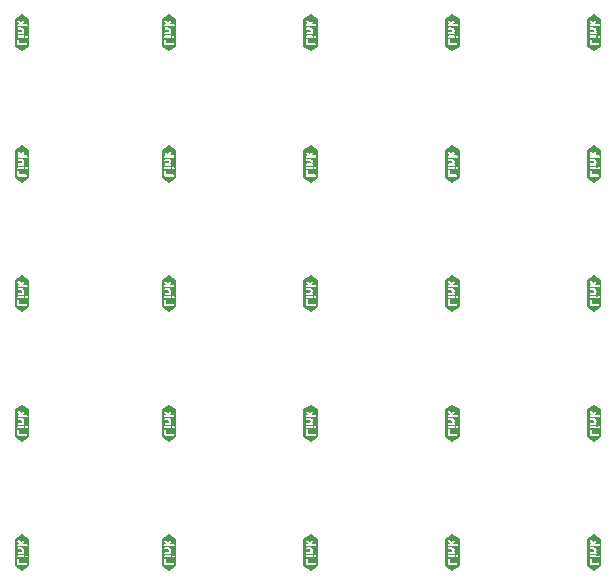
<source format=gbo>
%TF.GenerationSoftware,KiCad,Pcbnew,(6.0.0)*%
%TF.CreationDate,2022-01-23T05:48:29-08:00*%
%TF.ProjectId,headstage-64s-coax-adapter_panel,68656164-7374-4616-9765-2d3634732d63,A*%
%TF.SameCoordinates,Original*%
%TF.FileFunction,Legend,Bot*%
%TF.FilePolarity,Positive*%
%FSLAX46Y46*%
G04 Gerber Fmt 4.6, Leading zero omitted, Abs format (unit mm)*
G04 Created by KiCad (PCBNEW (6.0.0)) date 2022-01-23 05:48:29*
%MOMM*%
%LPD*%
G01*
G04 APERTURE LIST*
G04 APERTURE END LIST*
%TO.C,kibuzzard-61EACC9F*%
G36*
X171200001Y-66466512D02*
G01*
X170580850Y-66053745D01*
X170580850Y-65863351D01*
X170819027Y-65863351D01*
X170829584Y-65925025D01*
X170861255Y-65954473D01*
X170917929Y-65961141D01*
X171535784Y-65961141D01*
X171574122Y-65959474D01*
X171603570Y-65948917D01*
X171626073Y-65919469D01*
X171633574Y-65862239D01*
X171623295Y-65800287D01*
X171592457Y-65770006D01*
X171534672Y-65764449D01*
X170983492Y-65764449D01*
X170983492Y-65462189D01*
X170975158Y-65408849D01*
X170949044Y-65386624D01*
X170901816Y-65381068D01*
X170854587Y-65386624D01*
X170830140Y-65405516D01*
X170819027Y-65463301D01*
X170819027Y-65863351D01*
X170580850Y-65863351D01*
X170580850Y-65212158D01*
X170819027Y-65212158D01*
X170826528Y-65268554D01*
X170849031Y-65297724D01*
X170877924Y-65307170D01*
X170916817Y-65308837D01*
X171306866Y-65308837D01*
X171345204Y-65307170D01*
X171374652Y-65297724D01*
X171396322Y-65268276D01*
X171403475Y-65211603D01*
X171483555Y-65211603D01*
X171490222Y-65267721D01*
X171513559Y-65297169D01*
X171543007Y-65307170D01*
X171581345Y-65308837D01*
X171619683Y-65307170D01*
X171648020Y-65297724D01*
X171670523Y-65268276D01*
X171678024Y-65211047D01*
X171670523Y-65154929D01*
X171648020Y-65126592D01*
X171618572Y-65116035D01*
X171580234Y-65114368D01*
X171541896Y-65116035D01*
X171513003Y-65126036D01*
X171490222Y-65155484D01*
X171483555Y-65211603D01*
X171403475Y-65211603D01*
X171403545Y-65211047D01*
X171384654Y-65135482D01*
X171336870Y-65115479D01*
X171304644Y-65114368D01*
X170915706Y-65114368D01*
X170877368Y-65116035D01*
X170847920Y-65126592D01*
X170826251Y-65155207D01*
X170819027Y-65212158D01*
X170580850Y-65212158D01*
X170580850Y-64928789D01*
X170820139Y-64928789D01*
X170827640Y-64985185D01*
X170850142Y-65014356D01*
X170879591Y-65023801D01*
X170917929Y-65025468D01*
X171311311Y-65025468D01*
X171348538Y-65023801D01*
X171376875Y-65013244D01*
X171397711Y-64984074D01*
X171404656Y-64927678D01*
X171398267Y-64872949D01*
X171379097Y-64844334D01*
X171333536Y-64833222D01*
X171355761Y-64813219D01*
X171379097Y-64783216D01*
X171404656Y-64699872D01*
X171395211Y-64629925D01*
X171366874Y-64568250D01*
X171319646Y-64514849D01*
X171258836Y-64473794D01*
X171189753Y-64449162D01*
X171112397Y-64440951D01*
X170916817Y-64440951D01*
X170878479Y-64442617D01*
X170850142Y-64452063D01*
X170827640Y-64481511D01*
X170820139Y-64538741D01*
X170830418Y-64600971D01*
X170861255Y-64629863D01*
X170917929Y-64636531D01*
X171113509Y-64636531D01*
X171184629Y-64662645D01*
X171210187Y-64732654D01*
X171183517Y-64803774D01*
X171113509Y-64830999D01*
X170916817Y-64830999D01*
X170878479Y-64832666D01*
X170850142Y-64843223D01*
X170827640Y-64871838D01*
X170820139Y-64928789D01*
X170580850Y-64928789D01*
X170580850Y-63918663D01*
X170812360Y-63918663D01*
X170844586Y-63986449D01*
X170852365Y-63997562D01*
X170881396Y-64030066D01*
X170926263Y-64076461D01*
X170971408Y-64123411D01*
X171001272Y-64157582D01*
X170915706Y-64157582D01*
X170877368Y-64159249D01*
X170847920Y-64169806D01*
X170826251Y-64198420D01*
X170819027Y-64255372D01*
X170826528Y-64311768D01*
X170849031Y-64340938D01*
X170878479Y-64350384D01*
X170916817Y-64352051D01*
X171582456Y-64352051D01*
X171620794Y-64350384D01*
X171650242Y-64340938D01*
X171672745Y-64311490D01*
X171680246Y-64254261D01*
X171661355Y-64178696D01*
X171612460Y-64158693D01*
X171581345Y-64157582D01*
X171229079Y-64157582D01*
X171285752Y-64097019D01*
X171342426Y-64036456D01*
X171351316Y-64023121D01*
X171381320Y-63956446D01*
X171336314Y-63892549D01*
X171265750Y-63856433D01*
X171205742Y-63897549D01*
X171112397Y-64007563D01*
X170990160Y-63859767D01*
X170954600Y-63824762D01*
X170931264Y-63817539D01*
X170859032Y-63851988D01*
X170812360Y-63918663D01*
X170580850Y-63918663D01*
X170580850Y-63724935D01*
X171200001Y-63312168D01*
X171819152Y-63724935D01*
X171819152Y-66053745D01*
X171200001Y-66466512D01*
G37*
G36*
X158760661Y-66466512D02*
G01*
X158141510Y-66053745D01*
X158141510Y-65863351D01*
X158379687Y-65863351D01*
X158390244Y-65925025D01*
X158421915Y-65954473D01*
X158478589Y-65961141D01*
X159096444Y-65961141D01*
X159134782Y-65959474D01*
X159164230Y-65948917D01*
X159186733Y-65919469D01*
X159194234Y-65862239D01*
X159183955Y-65800287D01*
X159153117Y-65770006D01*
X159095332Y-65764449D01*
X158544152Y-65764449D01*
X158544152Y-65462189D01*
X158535818Y-65408849D01*
X158509704Y-65386624D01*
X158462476Y-65381068D01*
X158415247Y-65386624D01*
X158390800Y-65405516D01*
X158379687Y-65463301D01*
X158379687Y-65863351D01*
X158141510Y-65863351D01*
X158141510Y-65212158D01*
X158379687Y-65212158D01*
X158387188Y-65268554D01*
X158409691Y-65297724D01*
X158438584Y-65307170D01*
X158477477Y-65308837D01*
X158867526Y-65308837D01*
X158905864Y-65307170D01*
X158935312Y-65297724D01*
X158956982Y-65268276D01*
X158964135Y-65211603D01*
X159044215Y-65211603D01*
X159050882Y-65267721D01*
X159074219Y-65297169D01*
X159103667Y-65307170D01*
X159142005Y-65308837D01*
X159180343Y-65307170D01*
X159208680Y-65297724D01*
X159231183Y-65268276D01*
X159238684Y-65211047D01*
X159231183Y-65154929D01*
X159208680Y-65126592D01*
X159179232Y-65116035D01*
X159140894Y-65114368D01*
X159102556Y-65116035D01*
X159073663Y-65126036D01*
X159050882Y-65155484D01*
X159044215Y-65211603D01*
X158964135Y-65211603D01*
X158964205Y-65211047D01*
X158945314Y-65135482D01*
X158897530Y-65115479D01*
X158865304Y-65114368D01*
X158476366Y-65114368D01*
X158438028Y-65116035D01*
X158408580Y-65126592D01*
X158386911Y-65155207D01*
X158379687Y-65212158D01*
X158141510Y-65212158D01*
X158141510Y-64928789D01*
X158380799Y-64928789D01*
X158388300Y-64985185D01*
X158410802Y-65014356D01*
X158440251Y-65023801D01*
X158478589Y-65025468D01*
X158871971Y-65025468D01*
X158909198Y-65023801D01*
X158937535Y-65013244D01*
X158958371Y-64984074D01*
X158965316Y-64927678D01*
X158958927Y-64872949D01*
X158939757Y-64844334D01*
X158894196Y-64833222D01*
X158916421Y-64813219D01*
X158939757Y-64783216D01*
X158965316Y-64699872D01*
X158955871Y-64629925D01*
X158927534Y-64568250D01*
X158880306Y-64514849D01*
X158819496Y-64473794D01*
X158750413Y-64449162D01*
X158673057Y-64440951D01*
X158477477Y-64440951D01*
X158439139Y-64442617D01*
X158410802Y-64452063D01*
X158388300Y-64481511D01*
X158380799Y-64538741D01*
X158391078Y-64600971D01*
X158421915Y-64629863D01*
X158478589Y-64636531D01*
X158674169Y-64636531D01*
X158745289Y-64662645D01*
X158770847Y-64732654D01*
X158744177Y-64803774D01*
X158674169Y-64830999D01*
X158477477Y-64830999D01*
X158439139Y-64832666D01*
X158410802Y-64843223D01*
X158388300Y-64871838D01*
X158380799Y-64928789D01*
X158141510Y-64928789D01*
X158141510Y-63918663D01*
X158373020Y-63918663D01*
X158405246Y-63986449D01*
X158413025Y-63997562D01*
X158442056Y-64030066D01*
X158486923Y-64076461D01*
X158532068Y-64123411D01*
X158561932Y-64157582D01*
X158476366Y-64157582D01*
X158438028Y-64159249D01*
X158408580Y-64169806D01*
X158386911Y-64198420D01*
X158379687Y-64255372D01*
X158387188Y-64311768D01*
X158409691Y-64340938D01*
X158439139Y-64350384D01*
X158477477Y-64352051D01*
X159143116Y-64352051D01*
X159181454Y-64350384D01*
X159210902Y-64340938D01*
X159233405Y-64311490D01*
X159240906Y-64254261D01*
X159222015Y-64178696D01*
X159173120Y-64158693D01*
X159142005Y-64157582D01*
X158789739Y-64157582D01*
X158846412Y-64097019D01*
X158903086Y-64036456D01*
X158911976Y-64023121D01*
X158941980Y-63956446D01*
X158896974Y-63892549D01*
X158826410Y-63856433D01*
X158766402Y-63897549D01*
X158673057Y-64007563D01*
X158550820Y-63859767D01*
X158515260Y-63824762D01*
X158491924Y-63817539D01*
X158419692Y-63851988D01*
X158373020Y-63918663D01*
X158141510Y-63918663D01*
X158141510Y-63724935D01*
X158760661Y-63312168D01*
X159379812Y-63724935D01*
X159379812Y-66053745D01*
X158760661Y-66466512D01*
G37*
G36*
X207200001Y-66466512D02*
G01*
X206580850Y-66053745D01*
X206580850Y-65863351D01*
X206819027Y-65863351D01*
X206829584Y-65925025D01*
X206861255Y-65954473D01*
X206917929Y-65961141D01*
X207535784Y-65961141D01*
X207574122Y-65959474D01*
X207603570Y-65948917D01*
X207626073Y-65919469D01*
X207633574Y-65862239D01*
X207623295Y-65800287D01*
X207592457Y-65770006D01*
X207534672Y-65764449D01*
X206983492Y-65764449D01*
X206983492Y-65462189D01*
X206975158Y-65408849D01*
X206949044Y-65386624D01*
X206901816Y-65381068D01*
X206854587Y-65386624D01*
X206830140Y-65405516D01*
X206819027Y-65463301D01*
X206819027Y-65863351D01*
X206580850Y-65863351D01*
X206580850Y-65212158D01*
X206819027Y-65212158D01*
X206826528Y-65268554D01*
X206849031Y-65297724D01*
X206877924Y-65307170D01*
X206916817Y-65308837D01*
X207306866Y-65308837D01*
X207345204Y-65307170D01*
X207374652Y-65297724D01*
X207396322Y-65268276D01*
X207403475Y-65211603D01*
X207483555Y-65211603D01*
X207490222Y-65267721D01*
X207513559Y-65297169D01*
X207543007Y-65307170D01*
X207581345Y-65308837D01*
X207619683Y-65307170D01*
X207648020Y-65297724D01*
X207670523Y-65268276D01*
X207678024Y-65211047D01*
X207670523Y-65154929D01*
X207648020Y-65126592D01*
X207618572Y-65116035D01*
X207580234Y-65114368D01*
X207541896Y-65116035D01*
X207513003Y-65126036D01*
X207490222Y-65155484D01*
X207483555Y-65211603D01*
X207403475Y-65211603D01*
X207403545Y-65211047D01*
X207384654Y-65135482D01*
X207336870Y-65115479D01*
X207304644Y-65114368D01*
X206915706Y-65114368D01*
X206877368Y-65116035D01*
X206847920Y-65126592D01*
X206826251Y-65155207D01*
X206819027Y-65212158D01*
X206580850Y-65212158D01*
X206580850Y-64928789D01*
X206820139Y-64928789D01*
X206827640Y-64985185D01*
X206850142Y-65014356D01*
X206879591Y-65023801D01*
X206917929Y-65025468D01*
X207311311Y-65025468D01*
X207348538Y-65023801D01*
X207376875Y-65013244D01*
X207397711Y-64984074D01*
X207404656Y-64927678D01*
X207398267Y-64872949D01*
X207379097Y-64844334D01*
X207333536Y-64833222D01*
X207355761Y-64813219D01*
X207379097Y-64783216D01*
X207404656Y-64699872D01*
X207395211Y-64629925D01*
X207366874Y-64568250D01*
X207319646Y-64514849D01*
X207258836Y-64473794D01*
X207189753Y-64449162D01*
X207112397Y-64440951D01*
X206916817Y-64440951D01*
X206878479Y-64442617D01*
X206850142Y-64452063D01*
X206827640Y-64481511D01*
X206820139Y-64538741D01*
X206830418Y-64600971D01*
X206861255Y-64629863D01*
X206917929Y-64636531D01*
X207113509Y-64636531D01*
X207184629Y-64662645D01*
X207210187Y-64732654D01*
X207183517Y-64803774D01*
X207113509Y-64830999D01*
X206916817Y-64830999D01*
X206878479Y-64832666D01*
X206850142Y-64843223D01*
X206827640Y-64871838D01*
X206820139Y-64928789D01*
X206580850Y-64928789D01*
X206580850Y-63918663D01*
X206812360Y-63918663D01*
X206844586Y-63986449D01*
X206852365Y-63997562D01*
X206881396Y-64030066D01*
X206926263Y-64076461D01*
X206971408Y-64123411D01*
X207001272Y-64157582D01*
X206915706Y-64157582D01*
X206877368Y-64159249D01*
X206847920Y-64169806D01*
X206826251Y-64198420D01*
X206819027Y-64255372D01*
X206826528Y-64311768D01*
X206849031Y-64340938D01*
X206878479Y-64350384D01*
X206916817Y-64352051D01*
X207582456Y-64352051D01*
X207620794Y-64350384D01*
X207650242Y-64340938D01*
X207672745Y-64311490D01*
X207680246Y-64254261D01*
X207661355Y-64178696D01*
X207612460Y-64158693D01*
X207581345Y-64157582D01*
X207229079Y-64157582D01*
X207285752Y-64097019D01*
X207342426Y-64036456D01*
X207351316Y-64023121D01*
X207381320Y-63956446D01*
X207336314Y-63892549D01*
X207265750Y-63856433D01*
X207205742Y-63897549D01*
X207112397Y-64007563D01*
X206990160Y-63859767D01*
X206954600Y-63824762D01*
X206931264Y-63817539D01*
X206859032Y-63851988D01*
X206812360Y-63918663D01*
X206580850Y-63918663D01*
X206580850Y-63724935D01*
X207200001Y-63312168D01*
X207819152Y-63724935D01*
X207819152Y-66053745D01*
X207200001Y-66466512D01*
G37*
G36*
X183200001Y-66466512D02*
G01*
X182580850Y-66053745D01*
X182580850Y-65863351D01*
X182819027Y-65863351D01*
X182829584Y-65925025D01*
X182861255Y-65954473D01*
X182917929Y-65961141D01*
X183535784Y-65961141D01*
X183574122Y-65959474D01*
X183603570Y-65948917D01*
X183626073Y-65919469D01*
X183633574Y-65862239D01*
X183623295Y-65800287D01*
X183592457Y-65770006D01*
X183534672Y-65764449D01*
X182983492Y-65764449D01*
X182983492Y-65462189D01*
X182975158Y-65408849D01*
X182949044Y-65386624D01*
X182901816Y-65381068D01*
X182854587Y-65386624D01*
X182830140Y-65405516D01*
X182819027Y-65463301D01*
X182819027Y-65863351D01*
X182580850Y-65863351D01*
X182580850Y-65212158D01*
X182819027Y-65212158D01*
X182826528Y-65268554D01*
X182849031Y-65297724D01*
X182877924Y-65307170D01*
X182916817Y-65308837D01*
X183306866Y-65308837D01*
X183345204Y-65307170D01*
X183374652Y-65297724D01*
X183396322Y-65268276D01*
X183403475Y-65211603D01*
X183483555Y-65211603D01*
X183490222Y-65267721D01*
X183513559Y-65297169D01*
X183543007Y-65307170D01*
X183581345Y-65308837D01*
X183619683Y-65307170D01*
X183648020Y-65297724D01*
X183670523Y-65268276D01*
X183678024Y-65211047D01*
X183670523Y-65154929D01*
X183648020Y-65126592D01*
X183618572Y-65116035D01*
X183580234Y-65114368D01*
X183541896Y-65116035D01*
X183513003Y-65126036D01*
X183490222Y-65155484D01*
X183483555Y-65211603D01*
X183403475Y-65211603D01*
X183403545Y-65211047D01*
X183384654Y-65135482D01*
X183336870Y-65115479D01*
X183304644Y-65114368D01*
X182915706Y-65114368D01*
X182877368Y-65116035D01*
X182847920Y-65126592D01*
X182826251Y-65155207D01*
X182819027Y-65212158D01*
X182580850Y-65212158D01*
X182580850Y-64928789D01*
X182820139Y-64928789D01*
X182827640Y-64985185D01*
X182850142Y-65014356D01*
X182879591Y-65023801D01*
X182917929Y-65025468D01*
X183311311Y-65025468D01*
X183348538Y-65023801D01*
X183376875Y-65013244D01*
X183397711Y-64984074D01*
X183404656Y-64927678D01*
X183398267Y-64872949D01*
X183379097Y-64844334D01*
X183333536Y-64833222D01*
X183355761Y-64813219D01*
X183379097Y-64783216D01*
X183404656Y-64699872D01*
X183395211Y-64629925D01*
X183366874Y-64568250D01*
X183319646Y-64514849D01*
X183258836Y-64473794D01*
X183189753Y-64449162D01*
X183112397Y-64440951D01*
X182916817Y-64440951D01*
X182878479Y-64442617D01*
X182850142Y-64452063D01*
X182827640Y-64481511D01*
X182820139Y-64538741D01*
X182830418Y-64600971D01*
X182861255Y-64629863D01*
X182917929Y-64636531D01*
X183113509Y-64636531D01*
X183184629Y-64662645D01*
X183210187Y-64732654D01*
X183183517Y-64803774D01*
X183113509Y-64830999D01*
X182916817Y-64830999D01*
X182878479Y-64832666D01*
X182850142Y-64843223D01*
X182827640Y-64871838D01*
X182820139Y-64928789D01*
X182580850Y-64928789D01*
X182580850Y-63918663D01*
X182812360Y-63918663D01*
X182844586Y-63986449D01*
X182852365Y-63997562D01*
X182881396Y-64030066D01*
X182926263Y-64076461D01*
X182971408Y-64123411D01*
X183001272Y-64157582D01*
X182915706Y-64157582D01*
X182877368Y-64159249D01*
X182847920Y-64169806D01*
X182826251Y-64198420D01*
X182819027Y-64255372D01*
X182826528Y-64311768D01*
X182849031Y-64340938D01*
X182878479Y-64350384D01*
X182916817Y-64352051D01*
X183582456Y-64352051D01*
X183620794Y-64350384D01*
X183650242Y-64340938D01*
X183672745Y-64311490D01*
X183680246Y-64254261D01*
X183661355Y-64178696D01*
X183612460Y-64158693D01*
X183581345Y-64157582D01*
X183229079Y-64157582D01*
X183285752Y-64097019D01*
X183342426Y-64036456D01*
X183351316Y-64023121D01*
X183381320Y-63956446D01*
X183336314Y-63892549D01*
X183265750Y-63856433D01*
X183205742Y-63897549D01*
X183112397Y-64007563D01*
X182990160Y-63859767D01*
X182954600Y-63824762D01*
X182931264Y-63817539D01*
X182859032Y-63851988D01*
X182812360Y-63918663D01*
X182580850Y-63918663D01*
X182580850Y-63724935D01*
X183200001Y-63312168D01*
X183819152Y-63724935D01*
X183819152Y-66053745D01*
X183200001Y-66466512D01*
G37*
G36*
X195200001Y-66466512D02*
G01*
X194580850Y-66053745D01*
X194580850Y-65863351D01*
X194819027Y-65863351D01*
X194829584Y-65925025D01*
X194861255Y-65954473D01*
X194917929Y-65961141D01*
X195535784Y-65961141D01*
X195574122Y-65959474D01*
X195603570Y-65948917D01*
X195626073Y-65919469D01*
X195633574Y-65862239D01*
X195623295Y-65800287D01*
X195592457Y-65770006D01*
X195534672Y-65764449D01*
X194983492Y-65764449D01*
X194983492Y-65462189D01*
X194975158Y-65408849D01*
X194949044Y-65386624D01*
X194901816Y-65381068D01*
X194854587Y-65386624D01*
X194830140Y-65405516D01*
X194819027Y-65463301D01*
X194819027Y-65863351D01*
X194580850Y-65863351D01*
X194580850Y-65212158D01*
X194819027Y-65212158D01*
X194826528Y-65268554D01*
X194849031Y-65297724D01*
X194877924Y-65307170D01*
X194916817Y-65308837D01*
X195306866Y-65308837D01*
X195345204Y-65307170D01*
X195374652Y-65297724D01*
X195396322Y-65268276D01*
X195403475Y-65211603D01*
X195483555Y-65211603D01*
X195490222Y-65267721D01*
X195513559Y-65297169D01*
X195543007Y-65307170D01*
X195581345Y-65308837D01*
X195619683Y-65307170D01*
X195648020Y-65297724D01*
X195670523Y-65268276D01*
X195678024Y-65211047D01*
X195670523Y-65154929D01*
X195648020Y-65126592D01*
X195618572Y-65116035D01*
X195580234Y-65114368D01*
X195541896Y-65116035D01*
X195513003Y-65126036D01*
X195490222Y-65155484D01*
X195483555Y-65211603D01*
X195403475Y-65211603D01*
X195403545Y-65211047D01*
X195384654Y-65135482D01*
X195336870Y-65115479D01*
X195304644Y-65114368D01*
X194915706Y-65114368D01*
X194877368Y-65116035D01*
X194847920Y-65126592D01*
X194826251Y-65155207D01*
X194819027Y-65212158D01*
X194580850Y-65212158D01*
X194580850Y-64928789D01*
X194820139Y-64928789D01*
X194827640Y-64985185D01*
X194850142Y-65014356D01*
X194879591Y-65023801D01*
X194917929Y-65025468D01*
X195311311Y-65025468D01*
X195348538Y-65023801D01*
X195376875Y-65013244D01*
X195397711Y-64984074D01*
X195404656Y-64927678D01*
X195398267Y-64872949D01*
X195379097Y-64844334D01*
X195333536Y-64833222D01*
X195355761Y-64813219D01*
X195379097Y-64783216D01*
X195404656Y-64699872D01*
X195395211Y-64629925D01*
X195366874Y-64568250D01*
X195319646Y-64514849D01*
X195258836Y-64473794D01*
X195189753Y-64449162D01*
X195112397Y-64440951D01*
X194916817Y-64440951D01*
X194878479Y-64442617D01*
X194850142Y-64452063D01*
X194827640Y-64481511D01*
X194820139Y-64538741D01*
X194830418Y-64600971D01*
X194861255Y-64629863D01*
X194917929Y-64636531D01*
X195113509Y-64636531D01*
X195184629Y-64662645D01*
X195210187Y-64732654D01*
X195183517Y-64803774D01*
X195113509Y-64830999D01*
X194916817Y-64830999D01*
X194878479Y-64832666D01*
X194850142Y-64843223D01*
X194827640Y-64871838D01*
X194820139Y-64928789D01*
X194580850Y-64928789D01*
X194580850Y-63918663D01*
X194812360Y-63918663D01*
X194844586Y-63986449D01*
X194852365Y-63997562D01*
X194881396Y-64030066D01*
X194926263Y-64076461D01*
X194971408Y-64123411D01*
X195001272Y-64157582D01*
X194915706Y-64157582D01*
X194877368Y-64159249D01*
X194847920Y-64169806D01*
X194826251Y-64198420D01*
X194819027Y-64255372D01*
X194826528Y-64311768D01*
X194849031Y-64340938D01*
X194878479Y-64350384D01*
X194916817Y-64352051D01*
X195582456Y-64352051D01*
X195620794Y-64350384D01*
X195650242Y-64340938D01*
X195672745Y-64311490D01*
X195680246Y-64254261D01*
X195661355Y-64178696D01*
X195612460Y-64158693D01*
X195581345Y-64157582D01*
X195229079Y-64157582D01*
X195285752Y-64097019D01*
X195342426Y-64036456D01*
X195351316Y-64023121D01*
X195381320Y-63956446D01*
X195336314Y-63892549D01*
X195265750Y-63856433D01*
X195205742Y-63897549D01*
X195112397Y-64007563D01*
X194990160Y-63859767D01*
X194954600Y-63824762D01*
X194931264Y-63817539D01*
X194859032Y-63851988D01*
X194812360Y-63918663D01*
X194580850Y-63918663D01*
X194580850Y-63724935D01*
X195200001Y-63312168D01*
X195819152Y-63724935D01*
X195819152Y-66053745D01*
X195200001Y-66466512D01*
G37*
G36*
X183200001Y-77587833D02*
G01*
X182580850Y-77175066D01*
X182580850Y-76984672D01*
X182819027Y-76984672D01*
X182829584Y-77046346D01*
X182861255Y-77075794D01*
X182917929Y-77082462D01*
X183535784Y-77082462D01*
X183574122Y-77080795D01*
X183603570Y-77070238D01*
X183626073Y-77040790D01*
X183633574Y-76983560D01*
X183623295Y-76921608D01*
X183592457Y-76891327D01*
X183534672Y-76885770D01*
X182983492Y-76885770D01*
X182983492Y-76583510D01*
X182975158Y-76530170D01*
X182949044Y-76507945D01*
X182901816Y-76502389D01*
X182854587Y-76507945D01*
X182830140Y-76526837D01*
X182819027Y-76584622D01*
X182819027Y-76984672D01*
X182580850Y-76984672D01*
X182580850Y-76333479D01*
X182819027Y-76333479D01*
X182826528Y-76389875D01*
X182849031Y-76419045D01*
X182877924Y-76428491D01*
X182916817Y-76430158D01*
X183306866Y-76430158D01*
X183345204Y-76428491D01*
X183374652Y-76419045D01*
X183396322Y-76389597D01*
X183403475Y-76332924D01*
X183483555Y-76332924D01*
X183490222Y-76389042D01*
X183513559Y-76418490D01*
X183543007Y-76428491D01*
X183581345Y-76430158D01*
X183619683Y-76428491D01*
X183648020Y-76419045D01*
X183670523Y-76389597D01*
X183678024Y-76332368D01*
X183670523Y-76276250D01*
X183648020Y-76247913D01*
X183618572Y-76237356D01*
X183580234Y-76235689D01*
X183541896Y-76237356D01*
X183513003Y-76247357D01*
X183490222Y-76276805D01*
X183483555Y-76332924D01*
X183403475Y-76332924D01*
X183403545Y-76332368D01*
X183384654Y-76256803D01*
X183336870Y-76236800D01*
X183304644Y-76235689D01*
X182915706Y-76235689D01*
X182877368Y-76237356D01*
X182847920Y-76247913D01*
X182826251Y-76276528D01*
X182819027Y-76333479D01*
X182580850Y-76333479D01*
X182580850Y-76050110D01*
X182820139Y-76050110D01*
X182827640Y-76106506D01*
X182850142Y-76135677D01*
X182879591Y-76145122D01*
X182917929Y-76146789D01*
X183311311Y-76146789D01*
X183348538Y-76145122D01*
X183376875Y-76134565D01*
X183397711Y-76105395D01*
X183404656Y-76048999D01*
X183398267Y-75994270D01*
X183379097Y-75965655D01*
X183333536Y-75954543D01*
X183355761Y-75934540D01*
X183379097Y-75904537D01*
X183404656Y-75821193D01*
X183395211Y-75751246D01*
X183366874Y-75689571D01*
X183319646Y-75636170D01*
X183258836Y-75595115D01*
X183189753Y-75570483D01*
X183112397Y-75562272D01*
X182916817Y-75562272D01*
X182878479Y-75563938D01*
X182850142Y-75573384D01*
X182827640Y-75602832D01*
X182820139Y-75660062D01*
X182830418Y-75722292D01*
X182861255Y-75751184D01*
X182917929Y-75757852D01*
X183113509Y-75757852D01*
X183184629Y-75783966D01*
X183210187Y-75853975D01*
X183183517Y-75925095D01*
X183113509Y-75952320D01*
X182916817Y-75952320D01*
X182878479Y-75953987D01*
X182850142Y-75964544D01*
X182827640Y-75993159D01*
X182820139Y-76050110D01*
X182580850Y-76050110D01*
X182580850Y-75039984D01*
X182812360Y-75039984D01*
X182844586Y-75107770D01*
X182852365Y-75118883D01*
X182881396Y-75151387D01*
X182926263Y-75197782D01*
X182971408Y-75244732D01*
X183001272Y-75278903D01*
X182915706Y-75278903D01*
X182877368Y-75280570D01*
X182847920Y-75291127D01*
X182826251Y-75319741D01*
X182819027Y-75376693D01*
X182826528Y-75433089D01*
X182849031Y-75462259D01*
X182878479Y-75471705D01*
X182916817Y-75473372D01*
X183582456Y-75473372D01*
X183620794Y-75471705D01*
X183650242Y-75462259D01*
X183672745Y-75432811D01*
X183680246Y-75375582D01*
X183661355Y-75300017D01*
X183612460Y-75280014D01*
X183581345Y-75278903D01*
X183229079Y-75278903D01*
X183285752Y-75218340D01*
X183342426Y-75157777D01*
X183351316Y-75144442D01*
X183381320Y-75077767D01*
X183336314Y-75013870D01*
X183265750Y-74977754D01*
X183205742Y-75018870D01*
X183112397Y-75128884D01*
X182990160Y-74981088D01*
X182954600Y-74946083D01*
X182931264Y-74938860D01*
X182859032Y-74973309D01*
X182812360Y-75039984D01*
X182580850Y-75039984D01*
X182580850Y-74846256D01*
X183200001Y-74433489D01*
X183819152Y-74846256D01*
X183819152Y-77175066D01*
X183200001Y-77587833D01*
G37*
G36*
X207200000Y-88527172D02*
G01*
X206580849Y-88114405D01*
X206580849Y-87924011D01*
X206819026Y-87924011D01*
X206829583Y-87985685D01*
X206861254Y-88015133D01*
X206917928Y-88021801D01*
X207535783Y-88021801D01*
X207574121Y-88020134D01*
X207603569Y-88009577D01*
X207626072Y-87980129D01*
X207633573Y-87922899D01*
X207623294Y-87860947D01*
X207592456Y-87830666D01*
X207534671Y-87825109D01*
X206983491Y-87825109D01*
X206983491Y-87522849D01*
X206975157Y-87469509D01*
X206949043Y-87447284D01*
X206901815Y-87441728D01*
X206854586Y-87447284D01*
X206830139Y-87466176D01*
X206819026Y-87523961D01*
X206819026Y-87924011D01*
X206580849Y-87924011D01*
X206580849Y-87272818D01*
X206819026Y-87272818D01*
X206826527Y-87329214D01*
X206849030Y-87358384D01*
X206877923Y-87367830D01*
X206916816Y-87369497D01*
X207306865Y-87369497D01*
X207345203Y-87367830D01*
X207374651Y-87358384D01*
X207396321Y-87328936D01*
X207403474Y-87272263D01*
X207483554Y-87272263D01*
X207490221Y-87328381D01*
X207513558Y-87357829D01*
X207543006Y-87367830D01*
X207581344Y-87369497D01*
X207619682Y-87367830D01*
X207648019Y-87358384D01*
X207670522Y-87328936D01*
X207678023Y-87271707D01*
X207670522Y-87215589D01*
X207648019Y-87187252D01*
X207618571Y-87176695D01*
X207580233Y-87175028D01*
X207541895Y-87176695D01*
X207513002Y-87186696D01*
X207490221Y-87216144D01*
X207483554Y-87272263D01*
X207403474Y-87272263D01*
X207403544Y-87271707D01*
X207384653Y-87196142D01*
X207336869Y-87176139D01*
X207304643Y-87175028D01*
X206915705Y-87175028D01*
X206877367Y-87176695D01*
X206847919Y-87187252D01*
X206826250Y-87215867D01*
X206819026Y-87272818D01*
X206580849Y-87272818D01*
X206580849Y-86989449D01*
X206820138Y-86989449D01*
X206827639Y-87045845D01*
X206850141Y-87075016D01*
X206879590Y-87084461D01*
X206917928Y-87086128D01*
X207311310Y-87086128D01*
X207348537Y-87084461D01*
X207376874Y-87073904D01*
X207397710Y-87044734D01*
X207404655Y-86988338D01*
X207398266Y-86933609D01*
X207379096Y-86904994D01*
X207333535Y-86893882D01*
X207355760Y-86873879D01*
X207379096Y-86843876D01*
X207404655Y-86760532D01*
X207395210Y-86690585D01*
X207366873Y-86628910D01*
X207319645Y-86575509D01*
X207258835Y-86534454D01*
X207189752Y-86509822D01*
X207112396Y-86501611D01*
X206916816Y-86501611D01*
X206878478Y-86503277D01*
X206850141Y-86512723D01*
X206827639Y-86542171D01*
X206820138Y-86599401D01*
X206830417Y-86661631D01*
X206861254Y-86690523D01*
X206917928Y-86697191D01*
X207113508Y-86697191D01*
X207184628Y-86723305D01*
X207210186Y-86793314D01*
X207183516Y-86864434D01*
X207113508Y-86891659D01*
X206916816Y-86891659D01*
X206878478Y-86893326D01*
X206850141Y-86903883D01*
X206827639Y-86932498D01*
X206820138Y-86989449D01*
X206580849Y-86989449D01*
X206580849Y-85979323D01*
X206812359Y-85979323D01*
X206844585Y-86047109D01*
X206852364Y-86058222D01*
X206881395Y-86090726D01*
X206926262Y-86137121D01*
X206971407Y-86184071D01*
X207001271Y-86218242D01*
X206915705Y-86218242D01*
X206877367Y-86219909D01*
X206847919Y-86230466D01*
X206826250Y-86259080D01*
X206819026Y-86316032D01*
X206826527Y-86372428D01*
X206849030Y-86401598D01*
X206878478Y-86411044D01*
X206916816Y-86412711D01*
X207582455Y-86412711D01*
X207620793Y-86411044D01*
X207650241Y-86401598D01*
X207672744Y-86372150D01*
X207680245Y-86314921D01*
X207661354Y-86239356D01*
X207612459Y-86219353D01*
X207581344Y-86218242D01*
X207229078Y-86218242D01*
X207285751Y-86157679D01*
X207342425Y-86097116D01*
X207351315Y-86083781D01*
X207381319Y-86017106D01*
X207336313Y-85953209D01*
X207265749Y-85917093D01*
X207205741Y-85958209D01*
X207112396Y-86068223D01*
X206990159Y-85920427D01*
X206954599Y-85885422D01*
X206931263Y-85878199D01*
X206859031Y-85912648D01*
X206812359Y-85979323D01*
X206580849Y-85979323D01*
X206580849Y-85785595D01*
X207200000Y-85372828D01*
X207819151Y-85785595D01*
X207819151Y-88114405D01*
X207200000Y-88527172D01*
G37*
G36*
X195200001Y-77587833D02*
G01*
X194580850Y-77175066D01*
X194580850Y-76984672D01*
X194819027Y-76984672D01*
X194829584Y-77046346D01*
X194861255Y-77075794D01*
X194917929Y-77082462D01*
X195535784Y-77082462D01*
X195574122Y-77080795D01*
X195603570Y-77070238D01*
X195626073Y-77040790D01*
X195633574Y-76983560D01*
X195623295Y-76921608D01*
X195592457Y-76891327D01*
X195534672Y-76885770D01*
X194983492Y-76885770D01*
X194983492Y-76583510D01*
X194975158Y-76530170D01*
X194949044Y-76507945D01*
X194901816Y-76502389D01*
X194854587Y-76507945D01*
X194830140Y-76526837D01*
X194819027Y-76584622D01*
X194819027Y-76984672D01*
X194580850Y-76984672D01*
X194580850Y-76333479D01*
X194819027Y-76333479D01*
X194826528Y-76389875D01*
X194849031Y-76419045D01*
X194877924Y-76428491D01*
X194916817Y-76430158D01*
X195306866Y-76430158D01*
X195345204Y-76428491D01*
X195374652Y-76419045D01*
X195396322Y-76389597D01*
X195403475Y-76332924D01*
X195483555Y-76332924D01*
X195490222Y-76389042D01*
X195513559Y-76418490D01*
X195543007Y-76428491D01*
X195581345Y-76430158D01*
X195619683Y-76428491D01*
X195648020Y-76419045D01*
X195670523Y-76389597D01*
X195678024Y-76332368D01*
X195670523Y-76276250D01*
X195648020Y-76247913D01*
X195618572Y-76237356D01*
X195580234Y-76235689D01*
X195541896Y-76237356D01*
X195513003Y-76247357D01*
X195490222Y-76276805D01*
X195483555Y-76332924D01*
X195403475Y-76332924D01*
X195403545Y-76332368D01*
X195384654Y-76256803D01*
X195336870Y-76236800D01*
X195304644Y-76235689D01*
X194915706Y-76235689D01*
X194877368Y-76237356D01*
X194847920Y-76247913D01*
X194826251Y-76276528D01*
X194819027Y-76333479D01*
X194580850Y-76333479D01*
X194580850Y-76050110D01*
X194820139Y-76050110D01*
X194827640Y-76106506D01*
X194850142Y-76135677D01*
X194879591Y-76145122D01*
X194917929Y-76146789D01*
X195311311Y-76146789D01*
X195348538Y-76145122D01*
X195376875Y-76134565D01*
X195397711Y-76105395D01*
X195404656Y-76048999D01*
X195398267Y-75994270D01*
X195379097Y-75965655D01*
X195333536Y-75954543D01*
X195355761Y-75934540D01*
X195379097Y-75904537D01*
X195404656Y-75821193D01*
X195395211Y-75751246D01*
X195366874Y-75689571D01*
X195319646Y-75636170D01*
X195258836Y-75595115D01*
X195189753Y-75570483D01*
X195112397Y-75562272D01*
X194916817Y-75562272D01*
X194878479Y-75563938D01*
X194850142Y-75573384D01*
X194827640Y-75602832D01*
X194820139Y-75660062D01*
X194830418Y-75722292D01*
X194861255Y-75751184D01*
X194917929Y-75757852D01*
X195113509Y-75757852D01*
X195184629Y-75783966D01*
X195210187Y-75853975D01*
X195183517Y-75925095D01*
X195113509Y-75952320D01*
X194916817Y-75952320D01*
X194878479Y-75953987D01*
X194850142Y-75964544D01*
X194827640Y-75993159D01*
X194820139Y-76050110D01*
X194580850Y-76050110D01*
X194580850Y-75039984D01*
X194812360Y-75039984D01*
X194844586Y-75107770D01*
X194852365Y-75118883D01*
X194881396Y-75151387D01*
X194926263Y-75197782D01*
X194971408Y-75244732D01*
X195001272Y-75278903D01*
X194915706Y-75278903D01*
X194877368Y-75280570D01*
X194847920Y-75291127D01*
X194826251Y-75319741D01*
X194819027Y-75376693D01*
X194826528Y-75433089D01*
X194849031Y-75462259D01*
X194878479Y-75471705D01*
X194916817Y-75473372D01*
X195582456Y-75473372D01*
X195620794Y-75471705D01*
X195650242Y-75462259D01*
X195672745Y-75432811D01*
X195680246Y-75375582D01*
X195661355Y-75300017D01*
X195612460Y-75280014D01*
X195581345Y-75278903D01*
X195229079Y-75278903D01*
X195285752Y-75218340D01*
X195342426Y-75157777D01*
X195351316Y-75144442D01*
X195381320Y-75077767D01*
X195336314Y-75013870D01*
X195265750Y-74977754D01*
X195205742Y-75018870D01*
X195112397Y-75128884D01*
X194990160Y-74981088D01*
X194954600Y-74946083D01*
X194931264Y-74938860D01*
X194859032Y-74973309D01*
X194812360Y-75039984D01*
X194580850Y-75039984D01*
X194580850Y-74846256D01*
X195200001Y-74433489D01*
X195819152Y-74846256D01*
X195819152Y-77175066D01*
X195200001Y-77587833D01*
G37*
G36*
X171200001Y-77587833D02*
G01*
X170580850Y-77175066D01*
X170580850Y-76984672D01*
X170819027Y-76984672D01*
X170829584Y-77046346D01*
X170861255Y-77075794D01*
X170917929Y-77082462D01*
X171535784Y-77082462D01*
X171574122Y-77080795D01*
X171603570Y-77070238D01*
X171626073Y-77040790D01*
X171633574Y-76983560D01*
X171623295Y-76921608D01*
X171592457Y-76891327D01*
X171534672Y-76885770D01*
X170983492Y-76885770D01*
X170983492Y-76583510D01*
X170975158Y-76530170D01*
X170949044Y-76507945D01*
X170901816Y-76502389D01*
X170854587Y-76507945D01*
X170830140Y-76526837D01*
X170819027Y-76584622D01*
X170819027Y-76984672D01*
X170580850Y-76984672D01*
X170580850Y-76333479D01*
X170819027Y-76333479D01*
X170826528Y-76389875D01*
X170849031Y-76419045D01*
X170877924Y-76428491D01*
X170916817Y-76430158D01*
X171306866Y-76430158D01*
X171345204Y-76428491D01*
X171374652Y-76419045D01*
X171396322Y-76389597D01*
X171403475Y-76332924D01*
X171483555Y-76332924D01*
X171490222Y-76389042D01*
X171513559Y-76418490D01*
X171543007Y-76428491D01*
X171581345Y-76430158D01*
X171619683Y-76428491D01*
X171648020Y-76419045D01*
X171670523Y-76389597D01*
X171678024Y-76332368D01*
X171670523Y-76276250D01*
X171648020Y-76247913D01*
X171618572Y-76237356D01*
X171580234Y-76235689D01*
X171541896Y-76237356D01*
X171513003Y-76247357D01*
X171490222Y-76276805D01*
X171483555Y-76332924D01*
X171403475Y-76332924D01*
X171403545Y-76332368D01*
X171384654Y-76256803D01*
X171336870Y-76236800D01*
X171304644Y-76235689D01*
X170915706Y-76235689D01*
X170877368Y-76237356D01*
X170847920Y-76247913D01*
X170826251Y-76276528D01*
X170819027Y-76333479D01*
X170580850Y-76333479D01*
X170580850Y-76050110D01*
X170820139Y-76050110D01*
X170827640Y-76106506D01*
X170850142Y-76135677D01*
X170879591Y-76145122D01*
X170917929Y-76146789D01*
X171311311Y-76146789D01*
X171348538Y-76145122D01*
X171376875Y-76134565D01*
X171397711Y-76105395D01*
X171404656Y-76048999D01*
X171398267Y-75994270D01*
X171379097Y-75965655D01*
X171333536Y-75954543D01*
X171355761Y-75934540D01*
X171379097Y-75904537D01*
X171404656Y-75821193D01*
X171395211Y-75751246D01*
X171366874Y-75689571D01*
X171319646Y-75636170D01*
X171258836Y-75595115D01*
X171189753Y-75570483D01*
X171112397Y-75562272D01*
X170916817Y-75562272D01*
X170878479Y-75563938D01*
X170850142Y-75573384D01*
X170827640Y-75602832D01*
X170820139Y-75660062D01*
X170830418Y-75722292D01*
X170861255Y-75751184D01*
X170917929Y-75757852D01*
X171113509Y-75757852D01*
X171184629Y-75783966D01*
X171210187Y-75853975D01*
X171183517Y-75925095D01*
X171113509Y-75952320D01*
X170916817Y-75952320D01*
X170878479Y-75953987D01*
X170850142Y-75964544D01*
X170827640Y-75993159D01*
X170820139Y-76050110D01*
X170580850Y-76050110D01*
X170580850Y-75039984D01*
X170812360Y-75039984D01*
X170844586Y-75107770D01*
X170852365Y-75118883D01*
X170881396Y-75151387D01*
X170926263Y-75197782D01*
X170971408Y-75244732D01*
X171001272Y-75278903D01*
X170915706Y-75278903D01*
X170877368Y-75280570D01*
X170847920Y-75291127D01*
X170826251Y-75319741D01*
X170819027Y-75376693D01*
X170826528Y-75433089D01*
X170849031Y-75462259D01*
X170878479Y-75471705D01*
X170916817Y-75473372D01*
X171582456Y-75473372D01*
X171620794Y-75471705D01*
X171650242Y-75462259D01*
X171672745Y-75432811D01*
X171680246Y-75375582D01*
X171661355Y-75300017D01*
X171612460Y-75280014D01*
X171581345Y-75278903D01*
X171229079Y-75278903D01*
X171285752Y-75218340D01*
X171342426Y-75157777D01*
X171351316Y-75144442D01*
X171381320Y-75077767D01*
X171336314Y-75013870D01*
X171265750Y-74977754D01*
X171205742Y-75018870D01*
X171112397Y-75128884D01*
X170990160Y-74981088D01*
X170954600Y-74946083D01*
X170931264Y-74938860D01*
X170859032Y-74973309D01*
X170812360Y-75039984D01*
X170580850Y-75039984D01*
X170580850Y-74846256D01*
X171200001Y-74433489D01*
X171819152Y-74846256D01*
X171819152Y-77175066D01*
X171200001Y-77587833D01*
G37*
G36*
X158760661Y-77587833D02*
G01*
X158141510Y-77175066D01*
X158141510Y-76984672D01*
X158379687Y-76984672D01*
X158390244Y-77046346D01*
X158421915Y-77075794D01*
X158478589Y-77082462D01*
X159096444Y-77082462D01*
X159134782Y-77080795D01*
X159164230Y-77070238D01*
X159186733Y-77040790D01*
X159194234Y-76983560D01*
X159183955Y-76921608D01*
X159153117Y-76891327D01*
X159095332Y-76885770D01*
X158544152Y-76885770D01*
X158544152Y-76583510D01*
X158535818Y-76530170D01*
X158509704Y-76507945D01*
X158462476Y-76502389D01*
X158415247Y-76507945D01*
X158390800Y-76526837D01*
X158379687Y-76584622D01*
X158379687Y-76984672D01*
X158141510Y-76984672D01*
X158141510Y-76333479D01*
X158379687Y-76333479D01*
X158387188Y-76389875D01*
X158409691Y-76419045D01*
X158438584Y-76428491D01*
X158477477Y-76430158D01*
X158867526Y-76430158D01*
X158905864Y-76428491D01*
X158935312Y-76419045D01*
X158956982Y-76389597D01*
X158964135Y-76332924D01*
X159044215Y-76332924D01*
X159050882Y-76389042D01*
X159074219Y-76418490D01*
X159103667Y-76428491D01*
X159142005Y-76430158D01*
X159180343Y-76428491D01*
X159208680Y-76419045D01*
X159231183Y-76389597D01*
X159238684Y-76332368D01*
X159231183Y-76276250D01*
X159208680Y-76247913D01*
X159179232Y-76237356D01*
X159140894Y-76235689D01*
X159102556Y-76237356D01*
X159073663Y-76247357D01*
X159050882Y-76276805D01*
X159044215Y-76332924D01*
X158964135Y-76332924D01*
X158964205Y-76332368D01*
X158945314Y-76256803D01*
X158897530Y-76236800D01*
X158865304Y-76235689D01*
X158476366Y-76235689D01*
X158438028Y-76237356D01*
X158408580Y-76247913D01*
X158386911Y-76276528D01*
X158379687Y-76333479D01*
X158141510Y-76333479D01*
X158141510Y-76050110D01*
X158380799Y-76050110D01*
X158388300Y-76106506D01*
X158410802Y-76135677D01*
X158440251Y-76145122D01*
X158478589Y-76146789D01*
X158871971Y-76146789D01*
X158909198Y-76145122D01*
X158937535Y-76134565D01*
X158958371Y-76105395D01*
X158965316Y-76048999D01*
X158958927Y-75994270D01*
X158939757Y-75965655D01*
X158894196Y-75954543D01*
X158916421Y-75934540D01*
X158939757Y-75904537D01*
X158965316Y-75821193D01*
X158955871Y-75751246D01*
X158927534Y-75689571D01*
X158880306Y-75636170D01*
X158819496Y-75595115D01*
X158750413Y-75570483D01*
X158673057Y-75562272D01*
X158477477Y-75562272D01*
X158439139Y-75563938D01*
X158410802Y-75573384D01*
X158388300Y-75602832D01*
X158380799Y-75660062D01*
X158391078Y-75722292D01*
X158421915Y-75751184D01*
X158478589Y-75757852D01*
X158674169Y-75757852D01*
X158745289Y-75783966D01*
X158770847Y-75853975D01*
X158744177Y-75925095D01*
X158674169Y-75952320D01*
X158477477Y-75952320D01*
X158439139Y-75953987D01*
X158410802Y-75964544D01*
X158388300Y-75993159D01*
X158380799Y-76050110D01*
X158141510Y-76050110D01*
X158141510Y-75039984D01*
X158373020Y-75039984D01*
X158405246Y-75107770D01*
X158413025Y-75118883D01*
X158442056Y-75151387D01*
X158486923Y-75197782D01*
X158532068Y-75244732D01*
X158561932Y-75278903D01*
X158476366Y-75278903D01*
X158438028Y-75280570D01*
X158408580Y-75291127D01*
X158386911Y-75319741D01*
X158379687Y-75376693D01*
X158387188Y-75433089D01*
X158409691Y-75462259D01*
X158439139Y-75471705D01*
X158477477Y-75473372D01*
X159143116Y-75473372D01*
X159181454Y-75471705D01*
X159210902Y-75462259D01*
X159233405Y-75432811D01*
X159240906Y-75375582D01*
X159222015Y-75300017D01*
X159173120Y-75280014D01*
X159142005Y-75278903D01*
X158789739Y-75278903D01*
X158846412Y-75218340D01*
X158903086Y-75157777D01*
X158911976Y-75144442D01*
X158941980Y-75077767D01*
X158896974Y-75013870D01*
X158826410Y-74977754D01*
X158766402Y-75018870D01*
X158673057Y-75128884D01*
X158550820Y-74981088D01*
X158515260Y-74946083D01*
X158491924Y-74938860D01*
X158419692Y-74973309D01*
X158373020Y-75039984D01*
X158141510Y-75039984D01*
X158141510Y-74846256D01*
X158760661Y-74433489D01*
X159379812Y-74846256D01*
X159379812Y-77175066D01*
X158760661Y-77587833D01*
G37*
G36*
X207200001Y-77587833D02*
G01*
X206580850Y-77175066D01*
X206580850Y-76984672D01*
X206819027Y-76984672D01*
X206829584Y-77046346D01*
X206861255Y-77075794D01*
X206917929Y-77082462D01*
X207535784Y-77082462D01*
X207574122Y-77080795D01*
X207603570Y-77070238D01*
X207626073Y-77040790D01*
X207633574Y-76983560D01*
X207623295Y-76921608D01*
X207592457Y-76891327D01*
X207534672Y-76885770D01*
X206983492Y-76885770D01*
X206983492Y-76583510D01*
X206975158Y-76530170D01*
X206949044Y-76507945D01*
X206901816Y-76502389D01*
X206854587Y-76507945D01*
X206830140Y-76526837D01*
X206819027Y-76584622D01*
X206819027Y-76984672D01*
X206580850Y-76984672D01*
X206580850Y-76333479D01*
X206819027Y-76333479D01*
X206826528Y-76389875D01*
X206849031Y-76419045D01*
X206877924Y-76428491D01*
X206916817Y-76430158D01*
X207306866Y-76430158D01*
X207345204Y-76428491D01*
X207374652Y-76419045D01*
X207396322Y-76389597D01*
X207403475Y-76332924D01*
X207483555Y-76332924D01*
X207490222Y-76389042D01*
X207513559Y-76418490D01*
X207543007Y-76428491D01*
X207581345Y-76430158D01*
X207619683Y-76428491D01*
X207648020Y-76419045D01*
X207670523Y-76389597D01*
X207678024Y-76332368D01*
X207670523Y-76276250D01*
X207648020Y-76247913D01*
X207618572Y-76237356D01*
X207580234Y-76235689D01*
X207541896Y-76237356D01*
X207513003Y-76247357D01*
X207490222Y-76276805D01*
X207483555Y-76332924D01*
X207403475Y-76332924D01*
X207403545Y-76332368D01*
X207384654Y-76256803D01*
X207336870Y-76236800D01*
X207304644Y-76235689D01*
X206915706Y-76235689D01*
X206877368Y-76237356D01*
X206847920Y-76247913D01*
X206826251Y-76276528D01*
X206819027Y-76333479D01*
X206580850Y-76333479D01*
X206580850Y-76050110D01*
X206820139Y-76050110D01*
X206827640Y-76106506D01*
X206850142Y-76135677D01*
X206879591Y-76145122D01*
X206917929Y-76146789D01*
X207311311Y-76146789D01*
X207348538Y-76145122D01*
X207376875Y-76134565D01*
X207397711Y-76105395D01*
X207404656Y-76048999D01*
X207398267Y-75994270D01*
X207379097Y-75965655D01*
X207333536Y-75954543D01*
X207355761Y-75934540D01*
X207379097Y-75904537D01*
X207404656Y-75821193D01*
X207395211Y-75751246D01*
X207366874Y-75689571D01*
X207319646Y-75636170D01*
X207258836Y-75595115D01*
X207189753Y-75570483D01*
X207112397Y-75562272D01*
X206916817Y-75562272D01*
X206878479Y-75563938D01*
X206850142Y-75573384D01*
X206827640Y-75602832D01*
X206820139Y-75660062D01*
X206830418Y-75722292D01*
X206861255Y-75751184D01*
X206917929Y-75757852D01*
X207113509Y-75757852D01*
X207184629Y-75783966D01*
X207210187Y-75853975D01*
X207183517Y-75925095D01*
X207113509Y-75952320D01*
X206916817Y-75952320D01*
X206878479Y-75953987D01*
X206850142Y-75964544D01*
X206827640Y-75993159D01*
X206820139Y-76050110D01*
X206580850Y-76050110D01*
X206580850Y-75039984D01*
X206812360Y-75039984D01*
X206844586Y-75107770D01*
X206852365Y-75118883D01*
X206881396Y-75151387D01*
X206926263Y-75197782D01*
X206971408Y-75244732D01*
X207001272Y-75278903D01*
X206915706Y-75278903D01*
X206877368Y-75280570D01*
X206847920Y-75291127D01*
X206826251Y-75319741D01*
X206819027Y-75376693D01*
X206826528Y-75433089D01*
X206849031Y-75462259D01*
X206878479Y-75471705D01*
X206916817Y-75473372D01*
X207582456Y-75473372D01*
X207620794Y-75471705D01*
X207650242Y-75462259D01*
X207672745Y-75432811D01*
X207680246Y-75375582D01*
X207661355Y-75300017D01*
X207612460Y-75280014D01*
X207581345Y-75278903D01*
X207229079Y-75278903D01*
X207285752Y-75218340D01*
X207342426Y-75157777D01*
X207351316Y-75144442D01*
X207381320Y-75077767D01*
X207336314Y-75013870D01*
X207265750Y-74977754D01*
X207205742Y-75018870D01*
X207112397Y-75128884D01*
X206990160Y-74981088D01*
X206954600Y-74946083D01*
X206931264Y-74938860D01*
X206859032Y-74973309D01*
X206812360Y-75039984D01*
X206580850Y-75039984D01*
X206580850Y-74846256D01*
X207200001Y-74433489D01*
X207819152Y-74846256D01*
X207819152Y-77175066D01*
X207200001Y-77587833D01*
G37*
G36*
X158760660Y-88527172D02*
G01*
X158141509Y-88114405D01*
X158141509Y-87924011D01*
X158379686Y-87924011D01*
X158390243Y-87985685D01*
X158421914Y-88015133D01*
X158478588Y-88021801D01*
X159096443Y-88021801D01*
X159134781Y-88020134D01*
X159164229Y-88009577D01*
X159186732Y-87980129D01*
X159194233Y-87922899D01*
X159183954Y-87860947D01*
X159153116Y-87830666D01*
X159095331Y-87825109D01*
X158544151Y-87825109D01*
X158544151Y-87522849D01*
X158535817Y-87469509D01*
X158509703Y-87447284D01*
X158462475Y-87441728D01*
X158415246Y-87447284D01*
X158390799Y-87466176D01*
X158379686Y-87523961D01*
X158379686Y-87924011D01*
X158141509Y-87924011D01*
X158141509Y-87272818D01*
X158379686Y-87272818D01*
X158387187Y-87329214D01*
X158409690Y-87358384D01*
X158438583Y-87367830D01*
X158477476Y-87369497D01*
X158867525Y-87369497D01*
X158905863Y-87367830D01*
X158935311Y-87358384D01*
X158956981Y-87328936D01*
X158964134Y-87272263D01*
X159044214Y-87272263D01*
X159050881Y-87328381D01*
X159074218Y-87357829D01*
X159103666Y-87367830D01*
X159142004Y-87369497D01*
X159180342Y-87367830D01*
X159208679Y-87358384D01*
X159231182Y-87328936D01*
X159238683Y-87271707D01*
X159231182Y-87215589D01*
X159208679Y-87187252D01*
X159179231Y-87176695D01*
X159140893Y-87175028D01*
X159102555Y-87176695D01*
X159073662Y-87186696D01*
X159050881Y-87216144D01*
X159044214Y-87272263D01*
X158964134Y-87272263D01*
X158964204Y-87271707D01*
X158945313Y-87196142D01*
X158897529Y-87176139D01*
X158865303Y-87175028D01*
X158476365Y-87175028D01*
X158438027Y-87176695D01*
X158408579Y-87187252D01*
X158386910Y-87215867D01*
X158379686Y-87272818D01*
X158141509Y-87272818D01*
X158141509Y-86989449D01*
X158380798Y-86989449D01*
X158388299Y-87045845D01*
X158410801Y-87075016D01*
X158440250Y-87084461D01*
X158478588Y-87086128D01*
X158871970Y-87086128D01*
X158909197Y-87084461D01*
X158937534Y-87073904D01*
X158958370Y-87044734D01*
X158965315Y-86988338D01*
X158958926Y-86933609D01*
X158939756Y-86904994D01*
X158894195Y-86893882D01*
X158916420Y-86873879D01*
X158939756Y-86843876D01*
X158965315Y-86760532D01*
X158955870Y-86690585D01*
X158927533Y-86628910D01*
X158880305Y-86575509D01*
X158819495Y-86534454D01*
X158750412Y-86509822D01*
X158673056Y-86501611D01*
X158477476Y-86501611D01*
X158439138Y-86503277D01*
X158410801Y-86512723D01*
X158388299Y-86542171D01*
X158380798Y-86599401D01*
X158391077Y-86661631D01*
X158421914Y-86690523D01*
X158478588Y-86697191D01*
X158674168Y-86697191D01*
X158745288Y-86723305D01*
X158770846Y-86793314D01*
X158744176Y-86864434D01*
X158674168Y-86891659D01*
X158477476Y-86891659D01*
X158439138Y-86893326D01*
X158410801Y-86903883D01*
X158388299Y-86932498D01*
X158380798Y-86989449D01*
X158141509Y-86989449D01*
X158141509Y-85979323D01*
X158373019Y-85979323D01*
X158405245Y-86047109D01*
X158413024Y-86058222D01*
X158442055Y-86090726D01*
X158486922Y-86137121D01*
X158532067Y-86184071D01*
X158561931Y-86218242D01*
X158476365Y-86218242D01*
X158438027Y-86219909D01*
X158408579Y-86230466D01*
X158386910Y-86259080D01*
X158379686Y-86316032D01*
X158387187Y-86372428D01*
X158409690Y-86401598D01*
X158439138Y-86411044D01*
X158477476Y-86412711D01*
X159143115Y-86412711D01*
X159181453Y-86411044D01*
X159210901Y-86401598D01*
X159233404Y-86372150D01*
X159240905Y-86314921D01*
X159222014Y-86239356D01*
X159173119Y-86219353D01*
X159142004Y-86218242D01*
X158789738Y-86218242D01*
X158846411Y-86157679D01*
X158903085Y-86097116D01*
X158911975Y-86083781D01*
X158941979Y-86017106D01*
X158896973Y-85953209D01*
X158826409Y-85917093D01*
X158766401Y-85958209D01*
X158673056Y-86068223D01*
X158550819Y-85920427D01*
X158515259Y-85885422D01*
X158491923Y-85878199D01*
X158419691Y-85912648D01*
X158373019Y-85979323D01*
X158141509Y-85979323D01*
X158141509Y-85785595D01*
X158760660Y-85372828D01*
X159379811Y-85785595D01*
X159379811Y-88114405D01*
X158760660Y-88527172D01*
G37*
G36*
X183200000Y-88527172D02*
G01*
X182580849Y-88114405D01*
X182580849Y-87924011D01*
X182819026Y-87924011D01*
X182829583Y-87985685D01*
X182861254Y-88015133D01*
X182917928Y-88021801D01*
X183535783Y-88021801D01*
X183574121Y-88020134D01*
X183603569Y-88009577D01*
X183626072Y-87980129D01*
X183633573Y-87922899D01*
X183623294Y-87860947D01*
X183592456Y-87830666D01*
X183534671Y-87825109D01*
X182983491Y-87825109D01*
X182983491Y-87522849D01*
X182975157Y-87469509D01*
X182949043Y-87447284D01*
X182901815Y-87441728D01*
X182854586Y-87447284D01*
X182830139Y-87466176D01*
X182819026Y-87523961D01*
X182819026Y-87924011D01*
X182580849Y-87924011D01*
X182580849Y-87272818D01*
X182819026Y-87272818D01*
X182826527Y-87329214D01*
X182849030Y-87358384D01*
X182877923Y-87367830D01*
X182916816Y-87369497D01*
X183306865Y-87369497D01*
X183345203Y-87367830D01*
X183374651Y-87358384D01*
X183396321Y-87328936D01*
X183403474Y-87272263D01*
X183483554Y-87272263D01*
X183490221Y-87328381D01*
X183513558Y-87357829D01*
X183543006Y-87367830D01*
X183581344Y-87369497D01*
X183619682Y-87367830D01*
X183648019Y-87358384D01*
X183670522Y-87328936D01*
X183678023Y-87271707D01*
X183670522Y-87215589D01*
X183648019Y-87187252D01*
X183618571Y-87176695D01*
X183580233Y-87175028D01*
X183541895Y-87176695D01*
X183513002Y-87186696D01*
X183490221Y-87216144D01*
X183483554Y-87272263D01*
X183403474Y-87272263D01*
X183403544Y-87271707D01*
X183384653Y-87196142D01*
X183336869Y-87176139D01*
X183304643Y-87175028D01*
X182915705Y-87175028D01*
X182877367Y-87176695D01*
X182847919Y-87187252D01*
X182826250Y-87215867D01*
X182819026Y-87272818D01*
X182580849Y-87272818D01*
X182580849Y-86989449D01*
X182820138Y-86989449D01*
X182827639Y-87045845D01*
X182850141Y-87075016D01*
X182879590Y-87084461D01*
X182917928Y-87086128D01*
X183311310Y-87086128D01*
X183348537Y-87084461D01*
X183376874Y-87073904D01*
X183397710Y-87044734D01*
X183404655Y-86988338D01*
X183398266Y-86933609D01*
X183379096Y-86904994D01*
X183333535Y-86893882D01*
X183355760Y-86873879D01*
X183379096Y-86843876D01*
X183404655Y-86760532D01*
X183395210Y-86690585D01*
X183366873Y-86628910D01*
X183319645Y-86575509D01*
X183258835Y-86534454D01*
X183189752Y-86509822D01*
X183112396Y-86501611D01*
X182916816Y-86501611D01*
X182878478Y-86503277D01*
X182850141Y-86512723D01*
X182827639Y-86542171D01*
X182820138Y-86599401D01*
X182830417Y-86661631D01*
X182861254Y-86690523D01*
X182917928Y-86697191D01*
X183113508Y-86697191D01*
X183184628Y-86723305D01*
X183210186Y-86793314D01*
X183183516Y-86864434D01*
X183113508Y-86891659D01*
X182916816Y-86891659D01*
X182878478Y-86893326D01*
X182850141Y-86903883D01*
X182827639Y-86932498D01*
X182820138Y-86989449D01*
X182580849Y-86989449D01*
X182580849Y-85979323D01*
X182812359Y-85979323D01*
X182844585Y-86047109D01*
X182852364Y-86058222D01*
X182881395Y-86090726D01*
X182926262Y-86137121D01*
X182971407Y-86184071D01*
X183001271Y-86218242D01*
X182915705Y-86218242D01*
X182877367Y-86219909D01*
X182847919Y-86230466D01*
X182826250Y-86259080D01*
X182819026Y-86316032D01*
X182826527Y-86372428D01*
X182849030Y-86401598D01*
X182878478Y-86411044D01*
X182916816Y-86412711D01*
X183582455Y-86412711D01*
X183620793Y-86411044D01*
X183650241Y-86401598D01*
X183672744Y-86372150D01*
X183680245Y-86314921D01*
X183661354Y-86239356D01*
X183612459Y-86219353D01*
X183581344Y-86218242D01*
X183229078Y-86218242D01*
X183285751Y-86157679D01*
X183342425Y-86097116D01*
X183351315Y-86083781D01*
X183381319Y-86017106D01*
X183336313Y-85953209D01*
X183265749Y-85917093D01*
X183205741Y-85958209D01*
X183112396Y-86068223D01*
X182990159Y-85920427D01*
X182954599Y-85885422D01*
X182931263Y-85878199D01*
X182859031Y-85912648D01*
X182812359Y-85979323D01*
X182580849Y-85979323D01*
X182580849Y-85785595D01*
X183200000Y-85372828D01*
X183819151Y-85785595D01*
X183819151Y-88114405D01*
X183200000Y-88527172D01*
G37*
G36*
X171200000Y-88527172D02*
G01*
X170580849Y-88114405D01*
X170580849Y-87924011D01*
X170819026Y-87924011D01*
X170829583Y-87985685D01*
X170861254Y-88015133D01*
X170917928Y-88021801D01*
X171535783Y-88021801D01*
X171574121Y-88020134D01*
X171603569Y-88009577D01*
X171626072Y-87980129D01*
X171633573Y-87922899D01*
X171623294Y-87860947D01*
X171592456Y-87830666D01*
X171534671Y-87825109D01*
X170983491Y-87825109D01*
X170983491Y-87522849D01*
X170975157Y-87469509D01*
X170949043Y-87447284D01*
X170901815Y-87441728D01*
X170854586Y-87447284D01*
X170830139Y-87466176D01*
X170819026Y-87523961D01*
X170819026Y-87924011D01*
X170580849Y-87924011D01*
X170580849Y-87272818D01*
X170819026Y-87272818D01*
X170826527Y-87329214D01*
X170849030Y-87358384D01*
X170877923Y-87367830D01*
X170916816Y-87369497D01*
X171306865Y-87369497D01*
X171345203Y-87367830D01*
X171374651Y-87358384D01*
X171396321Y-87328936D01*
X171403474Y-87272263D01*
X171483554Y-87272263D01*
X171490221Y-87328381D01*
X171513558Y-87357829D01*
X171543006Y-87367830D01*
X171581344Y-87369497D01*
X171619682Y-87367830D01*
X171648019Y-87358384D01*
X171670522Y-87328936D01*
X171678023Y-87271707D01*
X171670522Y-87215589D01*
X171648019Y-87187252D01*
X171618571Y-87176695D01*
X171580233Y-87175028D01*
X171541895Y-87176695D01*
X171513002Y-87186696D01*
X171490221Y-87216144D01*
X171483554Y-87272263D01*
X171403474Y-87272263D01*
X171403544Y-87271707D01*
X171384653Y-87196142D01*
X171336869Y-87176139D01*
X171304643Y-87175028D01*
X170915705Y-87175028D01*
X170877367Y-87176695D01*
X170847919Y-87187252D01*
X170826250Y-87215867D01*
X170819026Y-87272818D01*
X170580849Y-87272818D01*
X170580849Y-86989449D01*
X170820138Y-86989449D01*
X170827639Y-87045845D01*
X170850141Y-87075016D01*
X170879590Y-87084461D01*
X170917928Y-87086128D01*
X171311310Y-87086128D01*
X171348537Y-87084461D01*
X171376874Y-87073904D01*
X171397710Y-87044734D01*
X171404655Y-86988338D01*
X171398266Y-86933609D01*
X171379096Y-86904994D01*
X171333535Y-86893882D01*
X171355760Y-86873879D01*
X171379096Y-86843876D01*
X171404655Y-86760532D01*
X171395210Y-86690585D01*
X171366873Y-86628910D01*
X171319645Y-86575509D01*
X171258835Y-86534454D01*
X171189752Y-86509822D01*
X171112396Y-86501611D01*
X170916816Y-86501611D01*
X170878478Y-86503277D01*
X170850141Y-86512723D01*
X170827639Y-86542171D01*
X170820138Y-86599401D01*
X170830417Y-86661631D01*
X170861254Y-86690523D01*
X170917928Y-86697191D01*
X171113508Y-86697191D01*
X171184628Y-86723305D01*
X171210186Y-86793314D01*
X171183516Y-86864434D01*
X171113508Y-86891659D01*
X170916816Y-86891659D01*
X170878478Y-86893326D01*
X170850141Y-86903883D01*
X170827639Y-86932498D01*
X170820138Y-86989449D01*
X170580849Y-86989449D01*
X170580849Y-85979323D01*
X170812359Y-85979323D01*
X170844585Y-86047109D01*
X170852364Y-86058222D01*
X170881395Y-86090726D01*
X170926262Y-86137121D01*
X170971407Y-86184071D01*
X171001271Y-86218242D01*
X170915705Y-86218242D01*
X170877367Y-86219909D01*
X170847919Y-86230466D01*
X170826250Y-86259080D01*
X170819026Y-86316032D01*
X170826527Y-86372428D01*
X170849030Y-86401598D01*
X170878478Y-86411044D01*
X170916816Y-86412711D01*
X171582455Y-86412711D01*
X171620793Y-86411044D01*
X171650241Y-86401598D01*
X171672744Y-86372150D01*
X171680245Y-86314921D01*
X171661354Y-86239356D01*
X171612459Y-86219353D01*
X171581344Y-86218242D01*
X171229078Y-86218242D01*
X171285751Y-86157679D01*
X171342425Y-86097116D01*
X171351315Y-86083781D01*
X171381319Y-86017106D01*
X171336313Y-85953209D01*
X171265749Y-85917093D01*
X171205741Y-85958209D01*
X171112396Y-86068223D01*
X170990159Y-85920427D01*
X170954599Y-85885422D01*
X170931263Y-85878199D01*
X170859031Y-85912648D01*
X170812359Y-85979323D01*
X170580849Y-85979323D01*
X170580849Y-85785595D01*
X171200000Y-85372828D01*
X171819151Y-85785595D01*
X171819151Y-88114405D01*
X171200000Y-88527172D01*
G37*
G36*
X195200000Y-88527172D02*
G01*
X194580849Y-88114405D01*
X194580849Y-87924011D01*
X194819026Y-87924011D01*
X194829583Y-87985685D01*
X194861254Y-88015133D01*
X194917928Y-88021801D01*
X195535783Y-88021801D01*
X195574121Y-88020134D01*
X195603569Y-88009577D01*
X195626072Y-87980129D01*
X195633573Y-87922899D01*
X195623294Y-87860947D01*
X195592456Y-87830666D01*
X195534671Y-87825109D01*
X194983491Y-87825109D01*
X194983491Y-87522849D01*
X194975157Y-87469509D01*
X194949043Y-87447284D01*
X194901815Y-87441728D01*
X194854586Y-87447284D01*
X194830139Y-87466176D01*
X194819026Y-87523961D01*
X194819026Y-87924011D01*
X194580849Y-87924011D01*
X194580849Y-87272818D01*
X194819026Y-87272818D01*
X194826527Y-87329214D01*
X194849030Y-87358384D01*
X194877923Y-87367830D01*
X194916816Y-87369497D01*
X195306865Y-87369497D01*
X195345203Y-87367830D01*
X195374651Y-87358384D01*
X195396321Y-87328936D01*
X195403474Y-87272263D01*
X195483554Y-87272263D01*
X195490221Y-87328381D01*
X195513558Y-87357829D01*
X195543006Y-87367830D01*
X195581344Y-87369497D01*
X195619682Y-87367830D01*
X195648019Y-87358384D01*
X195670522Y-87328936D01*
X195678023Y-87271707D01*
X195670522Y-87215589D01*
X195648019Y-87187252D01*
X195618571Y-87176695D01*
X195580233Y-87175028D01*
X195541895Y-87176695D01*
X195513002Y-87186696D01*
X195490221Y-87216144D01*
X195483554Y-87272263D01*
X195403474Y-87272263D01*
X195403544Y-87271707D01*
X195384653Y-87196142D01*
X195336869Y-87176139D01*
X195304643Y-87175028D01*
X194915705Y-87175028D01*
X194877367Y-87176695D01*
X194847919Y-87187252D01*
X194826250Y-87215867D01*
X194819026Y-87272818D01*
X194580849Y-87272818D01*
X194580849Y-86989449D01*
X194820138Y-86989449D01*
X194827639Y-87045845D01*
X194850141Y-87075016D01*
X194879590Y-87084461D01*
X194917928Y-87086128D01*
X195311310Y-87086128D01*
X195348537Y-87084461D01*
X195376874Y-87073904D01*
X195397710Y-87044734D01*
X195404655Y-86988338D01*
X195398266Y-86933609D01*
X195379096Y-86904994D01*
X195333535Y-86893882D01*
X195355760Y-86873879D01*
X195379096Y-86843876D01*
X195404655Y-86760532D01*
X195395210Y-86690585D01*
X195366873Y-86628910D01*
X195319645Y-86575509D01*
X195258835Y-86534454D01*
X195189752Y-86509822D01*
X195112396Y-86501611D01*
X194916816Y-86501611D01*
X194878478Y-86503277D01*
X194850141Y-86512723D01*
X194827639Y-86542171D01*
X194820138Y-86599401D01*
X194830417Y-86661631D01*
X194861254Y-86690523D01*
X194917928Y-86697191D01*
X195113508Y-86697191D01*
X195184628Y-86723305D01*
X195210186Y-86793314D01*
X195183516Y-86864434D01*
X195113508Y-86891659D01*
X194916816Y-86891659D01*
X194878478Y-86893326D01*
X194850141Y-86903883D01*
X194827639Y-86932498D01*
X194820138Y-86989449D01*
X194580849Y-86989449D01*
X194580849Y-85979323D01*
X194812359Y-85979323D01*
X194844585Y-86047109D01*
X194852364Y-86058222D01*
X194881395Y-86090726D01*
X194926262Y-86137121D01*
X194971407Y-86184071D01*
X195001271Y-86218242D01*
X194915705Y-86218242D01*
X194877367Y-86219909D01*
X194847919Y-86230466D01*
X194826250Y-86259080D01*
X194819026Y-86316032D01*
X194826527Y-86372428D01*
X194849030Y-86401598D01*
X194878478Y-86411044D01*
X194916816Y-86412711D01*
X195582455Y-86412711D01*
X195620793Y-86411044D01*
X195650241Y-86401598D01*
X195672744Y-86372150D01*
X195680245Y-86314921D01*
X195661354Y-86239356D01*
X195612459Y-86219353D01*
X195581344Y-86218242D01*
X195229078Y-86218242D01*
X195285751Y-86157679D01*
X195342425Y-86097116D01*
X195351315Y-86083781D01*
X195381319Y-86017106D01*
X195336313Y-85953209D01*
X195265749Y-85917093D01*
X195205741Y-85958209D01*
X195112396Y-86068223D01*
X194990159Y-85920427D01*
X194954599Y-85885422D01*
X194931263Y-85878199D01*
X194859031Y-85912648D01*
X194812359Y-85979323D01*
X194580849Y-85979323D01*
X194580849Y-85785595D01*
X195200000Y-85372828D01*
X195819151Y-85785595D01*
X195819151Y-88114405D01*
X195200000Y-88527172D01*
G37*
G36*
X207200000Y-99527173D02*
G01*
X206580849Y-99114406D01*
X206580849Y-98924012D01*
X206819026Y-98924012D01*
X206829583Y-98985686D01*
X206861254Y-99015134D01*
X206917928Y-99021802D01*
X207535783Y-99021802D01*
X207574121Y-99020135D01*
X207603569Y-99009578D01*
X207626072Y-98980130D01*
X207633573Y-98922900D01*
X207623294Y-98860948D01*
X207592456Y-98830667D01*
X207534671Y-98825110D01*
X206983491Y-98825110D01*
X206983491Y-98522850D01*
X206975157Y-98469510D01*
X206949043Y-98447285D01*
X206901815Y-98441729D01*
X206854586Y-98447285D01*
X206830139Y-98466177D01*
X206819026Y-98523962D01*
X206819026Y-98924012D01*
X206580849Y-98924012D01*
X206580849Y-98272819D01*
X206819026Y-98272819D01*
X206826527Y-98329215D01*
X206849030Y-98358385D01*
X206877923Y-98367831D01*
X206916816Y-98369498D01*
X207306865Y-98369498D01*
X207345203Y-98367831D01*
X207374651Y-98358385D01*
X207396321Y-98328937D01*
X207403474Y-98272264D01*
X207483554Y-98272264D01*
X207490221Y-98328382D01*
X207513558Y-98357830D01*
X207543006Y-98367831D01*
X207581344Y-98369498D01*
X207619682Y-98367831D01*
X207648019Y-98358385D01*
X207670522Y-98328937D01*
X207678023Y-98271708D01*
X207670522Y-98215590D01*
X207648019Y-98187253D01*
X207618571Y-98176696D01*
X207580233Y-98175029D01*
X207541895Y-98176696D01*
X207513002Y-98186697D01*
X207490221Y-98216145D01*
X207483554Y-98272264D01*
X207403474Y-98272264D01*
X207403544Y-98271708D01*
X207384653Y-98196143D01*
X207336869Y-98176140D01*
X207304643Y-98175029D01*
X206915705Y-98175029D01*
X206877367Y-98176696D01*
X206847919Y-98187253D01*
X206826250Y-98215868D01*
X206819026Y-98272819D01*
X206580849Y-98272819D01*
X206580849Y-97989450D01*
X206820138Y-97989450D01*
X206827639Y-98045846D01*
X206850141Y-98075017D01*
X206879590Y-98084462D01*
X206917928Y-98086129D01*
X207311310Y-98086129D01*
X207348537Y-98084462D01*
X207376874Y-98073905D01*
X207397710Y-98044735D01*
X207404655Y-97988339D01*
X207398266Y-97933610D01*
X207379096Y-97904995D01*
X207333535Y-97893883D01*
X207355760Y-97873880D01*
X207379096Y-97843877D01*
X207404655Y-97760533D01*
X207395210Y-97690586D01*
X207366873Y-97628911D01*
X207319645Y-97575510D01*
X207258835Y-97534455D01*
X207189752Y-97509823D01*
X207112396Y-97501612D01*
X206916816Y-97501612D01*
X206878478Y-97503278D01*
X206850141Y-97512724D01*
X206827639Y-97542172D01*
X206820138Y-97599402D01*
X206830417Y-97661632D01*
X206861254Y-97690524D01*
X206917928Y-97697192D01*
X207113508Y-97697192D01*
X207184628Y-97723306D01*
X207210186Y-97793315D01*
X207183516Y-97864435D01*
X207113508Y-97891660D01*
X206916816Y-97891660D01*
X206878478Y-97893327D01*
X206850141Y-97903884D01*
X206827639Y-97932499D01*
X206820138Y-97989450D01*
X206580849Y-97989450D01*
X206580849Y-96979324D01*
X206812359Y-96979324D01*
X206844585Y-97047110D01*
X206852364Y-97058223D01*
X206881395Y-97090727D01*
X206926262Y-97137122D01*
X206971407Y-97184072D01*
X207001271Y-97218243D01*
X206915705Y-97218243D01*
X206877367Y-97219910D01*
X206847919Y-97230467D01*
X206826250Y-97259081D01*
X206819026Y-97316033D01*
X206826527Y-97372429D01*
X206849030Y-97401599D01*
X206878478Y-97411045D01*
X206916816Y-97412712D01*
X207582455Y-97412712D01*
X207620793Y-97411045D01*
X207650241Y-97401599D01*
X207672744Y-97372151D01*
X207680245Y-97314922D01*
X207661354Y-97239357D01*
X207612459Y-97219354D01*
X207581344Y-97218243D01*
X207229078Y-97218243D01*
X207285751Y-97157680D01*
X207342425Y-97097117D01*
X207351315Y-97083782D01*
X207381319Y-97017107D01*
X207336313Y-96953210D01*
X207265749Y-96917094D01*
X207205741Y-96958210D01*
X207112396Y-97068224D01*
X206990159Y-96920428D01*
X206954599Y-96885423D01*
X206931263Y-96878200D01*
X206859031Y-96912649D01*
X206812359Y-96979324D01*
X206580849Y-96979324D01*
X206580849Y-96785596D01*
X207200000Y-96372829D01*
X207819151Y-96785596D01*
X207819151Y-99114406D01*
X207200000Y-99527173D01*
G37*
G36*
X158760660Y-99527173D02*
G01*
X158141509Y-99114406D01*
X158141509Y-98924012D01*
X158379686Y-98924012D01*
X158390243Y-98985686D01*
X158421914Y-99015134D01*
X158478588Y-99021802D01*
X159096443Y-99021802D01*
X159134781Y-99020135D01*
X159164229Y-99009578D01*
X159186732Y-98980130D01*
X159194233Y-98922900D01*
X159183954Y-98860948D01*
X159153116Y-98830667D01*
X159095331Y-98825110D01*
X158544151Y-98825110D01*
X158544151Y-98522850D01*
X158535817Y-98469510D01*
X158509703Y-98447285D01*
X158462475Y-98441729D01*
X158415246Y-98447285D01*
X158390799Y-98466177D01*
X158379686Y-98523962D01*
X158379686Y-98924012D01*
X158141509Y-98924012D01*
X158141509Y-98272819D01*
X158379686Y-98272819D01*
X158387187Y-98329215D01*
X158409690Y-98358385D01*
X158438583Y-98367831D01*
X158477476Y-98369498D01*
X158867525Y-98369498D01*
X158905863Y-98367831D01*
X158935311Y-98358385D01*
X158956981Y-98328937D01*
X158964134Y-98272264D01*
X159044214Y-98272264D01*
X159050881Y-98328382D01*
X159074218Y-98357830D01*
X159103666Y-98367831D01*
X159142004Y-98369498D01*
X159180342Y-98367831D01*
X159208679Y-98358385D01*
X159231182Y-98328937D01*
X159238683Y-98271708D01*
X159231182Y-98215590D01*
X159208679Y-98187253D01*
X159179231Y-98176696D01*
X159140893Y-98175029D01*
X159102555Y-98176696D01*
X159073662Y-98186697D01*
X159050881Y-98216145D01*
X159044214Y-98272264D01*
X158964134Y-98272264D01*
X158964204Y-98271708D01*
X158945313Y-98196143D01*
X158897529Y-98176140D01*
X158865303Y-98175029D01*
X158476365Y-98175029D01*
X158438027Y-98176696D01*
X158408579Y-98187253D01*
X158386910Y-98215868D01*
X158379686Y-98272819D01*
X158141509Y-98272819D01*
X158141509Y-97989450D01*
X158380798Y-97989450D01*
X158388299Y-98045846D01*
X158410801Y-98075017D01*
X158440250Y-98084462D01*
X158478588Y-98086129D01*
X158871970Y-98086129D01*
X158909197Y-98084462D01*
X158937534Y-98073905D01*
X158958370Y-98044735D01*
X158965315Y-97988339D01*
X158958926Y-97933610D01*
X158939756Y-97904995D01*
X158894195Y-97893883D01*
X158916420Y-97873880D01*
X158939756Y-97843877D01*
X158965315Y-97760533D01*
X158955870Y-97690586D01*
X158927533Y-97628911D01*
X158880305Y-97575510D01*
X158819495Y-97534455D01*
X158750412Y-97509823D01*
X158673056Y-97501612D01*
X158477476Y-97501612D01*
X158439138Y-97503278D01*
X158410801Y-97512724D01*
X158388299Y-97542172D01*
X158380798Y-97599402D01*
X158391077Y-97661632D01*
X158421914Y-97690524D01*
X158478588Y-97697192D01*
X158674168Y-97697192D01*
X158745288Y-97723306D01*
X158770846Y-97793315D01*
X158744176Y-97864435D01*
X158674168Y-97891660D01*
X158477476Y-97891660D01*
X158439138Y-97893327D01*
X158410801Y-97903884D01*
X158388299Y-97932499D01*
X158380798Y-97989450D01*
X158141509Y-97989450D01*
X158141509Y-96979324D01*
X158373019Y-96979324D01*
X158405245Y-97047110D01*
X158413024Y-97058223D01*
X158442055Y-97090727D01*
X158486922Y-97137122D01*
X158532067Y-97184072D01*
X158561931Y-97218243D01*
X158476365Y-97218243D01*
X158438027Y-97219910D01*
X158408579Y-97230467D01*
X158386910Y-97259081D01*
X158379686Y-97316033D01*
X158387187Y-97372429D01*
X158409690Y-97401599D01*
X158439138Y-97411045D01*
X158477476Y-97412712D01*
X159143115Y-97412712D01*
X159181453Y-97411045D01*
X159210901Y-97401599D01*
X159233404Y-97372151D01*
X159240905Y-97314922D01*
X159222014Y-97239357D01*
X159173119Y-97219354D01*
X159142004Y-97218243D01*
X158789738Y-97218243D01*
X158846411Y-97157680D01*
X158903085Y-97097117D01*
X158911975Y-97083782D01*
X158941979Y-97017107D01*
X158896973Y-96953210D01*
X158826409Y-96917094D01*
X158766401Y-96958210D01*
X158673056Y-97068224D01*
X158550819Y-96920428D01*
X158515259Y-96885423D01*
X158491923Y-96878200D01*
X158419691Y-96912649D01*
X158373019Y-96979324D01*
X158141509Y-96979324D01*
X158141509Y-96785596D01*
X158760660Y-96372829D01*
X159379811Y-96785596D01*
X159379811Y-99114406D01*
X158760660Y-99527173D01*
G37*
G36*
X183200000Y-99527173D02*
G01*
X182580849Y-99114406D01*
X182580849Y-98924012D01*
X182819026Y-98924012D01*
X182829583Y-98985686D01*
X182861254Y-99015134D01*
X182917928Y-99021802D01*
X183535783Y-99021802D01*
X183574121Y-99020135D01*
X183603569Y-99009578D01*
X183626072Y-98980130D01*
X183633573Y-98922900D01*
X183623294Y-98860948D01*
X183592456Y-98830667D01*
X183534671Y-98825110D01*
X182983491Y-98825110D01*
X182983491Y-98522850D01*
X182975157Y-98469510D01*
X182949043Y-98447285D01*
X182901815Y-98441729D01*
X182854586Y-98447285D01*
X182830139Y-98466177D01*
X182819026Y-98523962D01*
X182819026Y-98924012D01*
X182580849Y-98924012D01*
X182580849Y-98272819D01*
X182819026Y-98272819D01*
X182826527Y-98329215D01*
X182849030Y-98358385D01*
X182877923Y-98367831D01*
X182916816Y-98369498D01*
X183306865Y-98369498D01*
X183345203Y-98367831D01*
X183374651Y-98358385D01*
X183396321Y-98328937D01*
X183403474Y-98272264D01*
X183483554Y-98272264D01*
X183490221Y-98328382D01*
X183513558Y-98357830D01*
X183543006Y-98367831D01*
X183581344Y-98369498D01*
X183619682Y-98367831D01*
X183648019Y-98358385D01*
X183670522Y-98328937D01*
X183678023Y-98271708D01*
X183670522Y-98215590D01*
X183648019Y-98187253D01*
X183618571Y-98176696D01*
X183580233Y-98175029D01*
X183541895Y-98176696D01*
X183513002Y-98186697D01*
X183490221Y-98216145D01*
X183483554Y-98272264D01*
X183403474Y-98272264D01*
X183403544Y-98271708D01*
X183384653Y-98196143D01*
X183336869Y-98176140D01*
X183304643Y-98175029D01*
X182915705Y-98175029D01*
X182877367Y-98176696D01*
X182847919Y-98187253D01*
X182826250Y-98215868D01*
X182819026Y-98272819D01*
X182580849Y-98272819D01*
X182580849Y-97989450D01*
X182820138Y-97989450D01*
X182827639Y-98045846D01*
X182850141Y-98075017D01*
X182879590Y-98084462D01*
X182917928Y-98086129D01*
X183311310Y-98086129D01*
X183348537Y-98084462D01*
X183376874Y-98073905D01*
X183397710Y-98044735D01*
X183404655Y-97988339D01*
X183398266Y-97933610D01*
X183379096Y-97904995D01*
X183333535Y-97893883D01*
X183355760Y-97873880D01*
X183379096Y-97843877D01*
X183404655Y-97760533D01*
X183395210Y-97690586D01*
X183366873Y-97628911D01*
X183319645Y-97575510D01*
X183258835Y-97534455D01*
X183189752Y-97509823D01*
X183112396Y-97501612D01*
X182916816Y-97501612D01*
X182878478Y-97503278D01*
X182850141Y-97512724D01*
X182827639Y-97542172D01*
X182820138Y-97599402D01*
X182830417Y-97661632D01*
X182861254Y-97690524D01*
X182917928Y-97697192D01*
X183113508Y-97697192D01*
X183184628Y-97723306D01*
X183210186Y-97793315D01*
X183183516Y-97864435D01*
X183113508Y-97891660D01*
X182916816Y-97891660D01*
X182878478Y-97893327D01*
X182850141Y-97903884D01*
X182827639Y-97932499D01*
X182820138Y-97989450D01*
X182580849Y-97989450D01*
X182580849Y-96979324D01*
X182812359Y-96979324D01*
X182844585Y-97047110D01*
X182852364Y-97058223D01*
X182881395Y-97090727D01*
X182926262Y-97137122D01*
X182971407Y-97184072D01*
X183001271Y-97218243D01*
X182915705Y-97218243D01*
X182877367Y-97219910D01*
X182847919Y-97230467D01*
X182826250Y-97259081D01*
X182819026Y-97316033D01*
X182826527Y-97372429D01*
X182849030Y-97401599D01*
X182878478Y-97411045D01*
X182916816Y-97412712D01*
X183582455Y-97412712D01*
X183620793Y-97411045D01*
X183650241Y-97401599D01*
X183672744Y-97372151D01*
X183680245Y-97314922D01*
X183661354Y-97239357D01*
X183612459Y-97219354D01*
X183581344Y-97218243D01*
X183229078Y-97218243D01*
X183285751Y-97157680D01*
X183342425Y-97097117D01*
X183351315Y-97083782D01*
X183381319Y-97017107D01*
X183336313Y-96953210D01*
X183265749Y-96917094D01*
X183205741Y-96958210D01*
X183112396Y-97068224D01*
X182990159Y-96920428D01*
X182954599Y-96885423D01*
X182931263Y-96878200D01*
X182859031Y-96912649D01*
X182812359Y-96979324D01*
X182580849Y-96979324D01*
X182580849Y-96785596D01*
X183200000Y-96372829D01*
X183819151Y-96785596D01*
X183819151Y-99114406D01*
X183200000Y-99527173D01*
G37*
G36*
X171200000Y-99527173D02*
G01*
X170580849Y-99114406D01*
X170580849Y-98924012D01*
X170819026Y-98924012D01*
X170829583Y-98985686D01*
X170861254Y-99015134D01*
X170917928Y-99021802D01*
X171535783Y-99021802D01*
X171574121Y-99020135D01*
X171603569Y-99009578D01*
X171626072Y-98980130D01*
X171633573Y-98922900D01*
X171623294Y-98860948D01*
X171592456Y-98830667D01*
X171534671Y-98825110D01*
X170983491Y-98825110D01*
X170983491Y-98522850D01*
X170975157Y-98469510D01*
X170949043Y-98447285D01*
X170901815Y-98441729D01*
X170854586Y-98447285D01*
X170830139Y-98466177D01*
X170819026Y-98523962D01*
X170819026Y-98924012D01*
X170580849Y-98924012D01*
X170580849Y-98272819D01*
X170819026Y-98272819D01*
X170826527Y-98329215D01*
X170849030Y-98358385D01*
X170877923Y-98367831D01*
X170916816Y-98369498D01*
X171306865Y-98369498D01*
X171345203Y-98367831D01*
X171374651Y-98358385D01*
X171396321Y-98328937D01*
X171403474Y-98272264D01*
X171483554Y-98272264D01*
X171490221Y-98328382D01*
X171513558Y-98357830D01*
X171543006Y-98367831D01*
X171581344Y-98369498D01*
X171619682Y-98367831D01*
X171648019Y-98358385D01*
X171670522Y-98328937D01*
X171678023Y-98271708D01*
X171670522Y-98215590D01*
X171648019Y-98187253D01*
X171618571Y-98176696D01*
X171580233Y-98175029D01*
X171541895Y-98176696D01*
X171513002Y-98186697D01*
X171490221Y-98216145D01*
X171483554Y-98272264D01*
X171403474Y-98272264D01*
X171403544Y-98271708D01*
X171384653Y-98196143D01*
X171336869Y-98176140D01*
X171304643Y-98175029D01*
X170915705Y-98175029D01*
X170877367Y-98176696D01*
X170847919Y-98187253D01*
X170826250Y-98215868D01*
X170819026Y-98272819D01*
X170580849Y-98272819D01*
X170580849Y-97989450D01*
X170820138Y-97989450D01*
X170827639Y-98045846D01*
X170850141Y-98075017D01*
X170879590Y-98084462D01*
X170917928Y-98086129D01*
X171311310Y-98086129D01*
X171348537Y-98084462D01*
X171376874Y-98073905D01*
X171397710Y-98044735D01*
X171404655Y-97988339D01*
X171398266Y-97933610D01*
X171379096Y-97904995D01*
X171333535Y-97893883D01*
X171355760Y-97873880D01*
X171379096Y-97843877D01*
X171404655Y-97760533D01*
X171395210Y-97690586D01*
X171366873Y-97628911D01*
X171319645Y-97575510D01*
X171258835Y-97534455D01*
X171189752Y-97509823D01*
X171112396Y-97501612D01*
X170916816Y-97501612D01*
X170878478Y-97503278D01*
X170850141Y-97512724D01*
X170827639Y-97542172D01*
X170820138Y-97599402D01*
X170830417Y-97661632D01*
X170861254Y-97690524D01*
X170917928Y-97697192D01*
X171113508Y-97697192D01*
X171184628Y-97723306D01*
X171210186Y-97793315D01*
X171183516Y-97864435D01*
X171113508Y-97891660D01*
X170916816Y-97891660D01*
X170878478Y-97893327D01*
X170850141Y-97903884D01*
X170827639Y-97932499D01*
X170820138Y-97989450D01*
X170580849Y-97989450D01*
X170580849Y-96979324D01*
X170812359Y-96979324D01*
X170844585Y-97047110D01*
X170852364Y-97058223D01*
X170881395Y-97090727D01*
X170926262Y-97137122D01*
X170971407Y-97184072D01*
X171001271Y-97218243D01*
X170915705Y-97218243D01*
X170877367Y-97219910D01*
X170847919Y-97230467D01*
X170826250Y-97259081D01*
X170819026Y-97316033D01*
X170826527Y-97372429D01*
X170849030Y-97401599D01*
X170878478Y-97411045D01*
X170916816Y-97412712D01*
X171582455Y-97412712D01*
X171620793Y-97411045D01*
X171650241Y-97401599D01*
X171672744Y-97372151D01*
X171680245Y-97314922D01*
X171661354Y-97239357D01*
X171612459Y-97219354D01*
X171581344Y-97218243D01*
X171229078Y-97218243D01*
X171285751Y-97157680D01*
X171342425Y-97097117D01*
X171351315Y-97083782D01*
X171381319Y-97017107D01*
X171336313Y-96953210D01*
X171265749Y-96917094D01*
X171205741Y-96958210D01*
X171112396Y-97068224D01*
X170990159Y-96920428D01*
X170954599Y-96885423D01*
X170931263Y-96878200D01*
X170859031Y-96912649D01*
X170812359Y-96979324D01*
X170580849Y-96979324D01*
X170580849Y-96785596D01*
X171200000Y-96372829D01*
X171819151Y-96785596D01*
X171819151Y-99114406D01*
X171200000Y-99527173D01*
G37*
G36*
X195200000Y-99527173D02*
G01*
X194580849Y-99114406D01*
X194580849Y-98924012D01*
X194819026Y-98924012D01*
X194829583Y-98985686D01*
X194861254Y-99015134D01*
X194917928Y-99021802D01*
X195535783Y-99021802D01*
X195574121Y-99020135D01*
X195603569Y-99009578D01*
X195626072Y-98980130D01*
X195633573Y-98922900D01*
X195623294Y-98860948D01*
X195592456Y-98830667D01*
X195534671Y-98825110D01*
X194983491Y-98825110D01*
X194983491Y-98522850D01*
X194975157Y-98469510D01*
X194949043Y-98447285D01*
X194901815Y-98441729D01*
X194854586Y-98447285D01*
X194830139Y-98466177D01*
X194819026Y-98523962D01*
X194819026Y-98924012D01*
X194580849Y-98924012D01*
X194580849Y-98272819D01*
X194819026Y-98272819D01*
X194826527Y-98329215D01*
X194849030Y-98358385D01*
X194877923Y-98367831D01*
X194916816Y-98369498D01*
X195306865Y-98369498D01*
X195345203Y-98367831D01*
X195374651Y-98358385D01*
X195396321Y-98328937D01*
X195403474Y-98272264D01*
X195483554Y-98272264D01*
X195490221Y-98328382D01*
X195513558Y-98357830D01*
X195543006Y-98367831D01*
X195581344Y-98369498D01*
X195619682Y-98367831D01*
X195648019Y-98358385D01*
X195670522Y-98328937D01*
X195678023Y-98271708D01*
X195670522Y-98215590D01*
X195648019Y-98187253D01*
X195618571Y-98176696D01*
X195580233Y-98175029D01*
X195541895Y-98176696D01*
X195513002Y-98186697D01*
X195490221Y-98216145D01*
X195483554Y-98272264D01*
X195403474Y-98272264D01*
X195403544Y-98271708D01*
X195384653Y-98196143D01*
X195336869Y-98176140D01*
X195304643Y-98175029D01*
X194915705Y-98175029D01*
X194877367Y-98176696D01*
X194847919Y-98187253D01*
X194826250Y-98215868D01*
X194819026Y-98272819D01*
X194580849Y-98272819D01*
X194580849Y-97989450D01*
X194820138Y-97989450D01*
X194827639Y-98045846D01*
X194850141Y-98075017D01*
X194879590Y-98084462D01*
X194917928Y-98086129D01*
X195311310Y-98086129D01*
X195348537Y-98084462D01*
X195376874Y-98073905D01*
X195397710Y-98044735D01*
X195404655Y-97988339D01*
X195398266Y-97933610D01*
X195379096Y-97904995D01*
X195333535Y-97893883D01*
X195355760Y-97873880D01*
X195379096Y-97843877D01*
X195404655Y-97760533D01*
X195395210Y-97690586D01*
X195366873Y-97628911D01*
X195319645Y-97575510D01*
X195258835Y-97534455D01*
X195189752Y-97509823D01*
X195112396Y-97501612D01*
X194916816Y-97501612D01*
X194878478Y-97503278D01*
X194850141Y-97512724D01*
X194827639Y-97542172D01*
X194820138Y-97599402D01*
X194830417Y-97661632D01*
X194861254Y-97690524D01*
X194917928Y-97697192D01*
X195113508Y-97697192D01*
X195184628Y-97723306D01*
X195210186Y-97793315D01*
X195183516Y-97864435D01*
X195113508Y-97891660D01*
X194916816Y-97891660D01*
X194878478Y-97893327D01*
X194850141Y-97903884D01*
X194827639Y-97932499D01*
X194820138Y-97989450D01*
X194580849Y-97989450D01*
X194580849Y-96979324D01*
X194812359Y-96979324D01*
X194844585Y-97047110D01*
X194852364Y-97058223D01*
X194881395Y-97090727D01*
X194926262Y-97137122D01*
X194971407Y-97184072D01*
X195001271Y-97218243D01*
X194915705Y-97218243D01*
X194877367Y-97219910D01*
X194847919Y-97230467D01*
X194826250Y-97259081D01*
X194819026Y-97316033D01*
X194826527Y-97372429D01*
X194849030Y-97401599D01*
X194878478Y-97411045D01*
X194916816Y-97412712D01*
X195582455Y-97412712D01*
X195620793Y-97411045D01*
X195650241Y-97401599D01*
X195672744Y-97372151D01*
X195680245Y-97314922D01*
X195661354Y-97239357D01*
X195612459Y-97219354D01*
X195581344Y-97218243D01*
X195229078Y-97218243D01*
X195285751Y-97157680D01*
X195342425Y-97097117D01*
X195351315Y-97083782D01*
X195381319Y-97017107D01*
X195336313Y-96953210D01*
X195265749Y-96917094D01*
X195205741Y-96958210D01*
X195112396Y-97068224D01*
X194990159Y-96920428D01*
X194954599Y-96885423D01*
X194931263Y-96878200D01*
X194859031Y-96912649D01*
X194812359Y-96979324D01*
X194580849Y-96979324D01*
X194580849Y-96785596D01*
X195200000Y-96372829D01*
X195819151Y-96785596D01*
X195819151Y-99114406D01*
X195200000Y-99527173D01*
G37*
G36*
X207199999Y-110466512D02*
G01*
X206580848Y-110053745D01*
X206580848Y-109863351D01*
X206819025Y-109863351D01*
X206829582Y-109925025D01*
X206861253Y-109954473D01*
X206917927Y-109961141D01*
X207535782Y-109961141D01*
X207574120Y-109959474D01*
X207603568Y-109948917D01*
X207626071Y-109919469D01*
X207633572Y-109862239D01*
X207623293Y-109800287D01*
X207592455Y-109770006D01*
X207534670Y-109764449D01*
X206983490Y-109764449D01*
X206983490Y-109462189D01*
X206975156Y-109408849D01*
X206949042Y-109386624D01*
X206901814Y-109381068D01*
X206854585Y-109386624D01*
X206830138Y-109405516D01*
X206819025Y-109463301D01*
X206819025Y-109863351D01*
X206580848Y-109863351D01*
X206580848Y-109212158D01*
X206819025Y-109212158D01*
X206826526Y-109268554D01*
X206849029Y-109297724D01*
X206877922Y-109307170D01*
X206916815Y-109308837D01*
X207306864Y-109308837D01*
X207345202Y-109307170D01*
X207374650Y-109297724D01*
X207396320Y-109268276D01*
X207403473Y-109211603D01*
X207483553Y-109211603D01*
X207490220Y-109267721D01*
X207513557Y-109297169D01*
X207543005Y-109307170D01*
X207581343Y-109308837D01*
X207619681Y-109307170D01*
X207648018Y-109297724D01*
X207670521Y-109268276D01*
X207678022Y-109211047D01*
X207670521Y-109154929D01*
X207648018Y-109126592D01*
X207618570Y-109116035D01*
X207580232Y-109114368D01*
X207541894Y-109116035D01*
X207513001Y-109126036D01*
X207490220Y-109155484D01*
X207483553Y-109211603D01*
X207403473Y-109211603D01*
X207403543Y-109211047D01*
X207384652Y-109135482D01*
X207336868Y-109115479D01*
X207304642Y-109114368D01*
X206915704Y-109114368D01*
X206877366Y-109116035D01*
X206847918Y-109126592D01*
X206826249Y-109155207D01*
X206819025Y-109212158D01*
X206580848Y-109212158D01*
X206580848Y-108928789D01*
X206820137Y-108928789D01*
X206827638Y-108985185D01*
X206850140Y-109014356D01*
X206879589Y-109023801D01*
X206917927Y-109025468D01*
X207311309Y-109025468D01*
X207348536Y-109023801D01*
X207376873Y-109013244D01*
X207397709Y-108984074D01*
X207404654Y-108927678D01*
X207398265Y-108872949D01*
X207379095Y-108844334D01*
X207333534Y-108833222D01*
X207355759Y-108813219D01*
X207379095Y-108783216D01*
X207404654Y-108699872D01*
X207395209Y-108629925D01*
X207366872Y-108568250D01*
X207319644Y-108514849D01*
X207258834Y-108473794D01*
X207189751Y-108449162D01*
X207112395Y-108440951D01*
X206916815Y-108440951D01*
X206878477Y-108442617D01*
X206850140Y-108452063D01*
X206827638Y-108481511D01*
X206820137Y-108538741D01*
X206830416Y-108600971D01*
X206861253Y-108629863D01*
X206917927Y-108636531D01*
X207113507Y-108636531D01*
X207184627Y-108662645D01*
X207210185Y-108732654D01*
X207183515Y-108803774D01*
X207113507Y-108830999D01*
X206916815Y-108830999D01*
X206878477Y-108832666D01*
X206850140Y-108843223D01*
X206827638Y-108871838D01*
X206820137Y-108928789D01*
X206580848Y-108928789D01*
X206580848Y-107918663D01*
X206812358Y-107918663D01*
X206844584Y-107986449D01*
X206852363Y-107997562D01*
X206881394Y-108030066D01*
X206926261Y-108076461D01*
X206971406Y-108123411D01*
X207001270Y-108157582D01*
X206915704Y-108157582D01*
X206877366Y-108159249D01*
X206847918Y-108169806D01*
X206826249Y-108198420D01*
X206819025Y-108255372D01*
X206826526Y-108311768D01*
X206849029Y-108340938D01*
X206878477Y-108350384D01*
X206916815Y-108352051D01*
X207582454Y-108352051D01*
X207620792Y-108350384D01*
X207650240Y-108340938D01*
X207672743Y-108311490D01*
X207680244Y-108254261D01*
X207661353Y-108178696D01*
X207612458Y-108158693D01*
X207581343Y-108157582D01*
X207229077Y-108157582D01*
X207285750Y-108097019D01*
X207342424Y-108036456D01*
X207351314Y-108023121D01*
X207381318Y-107956446D01*
X207336312Y-107892549D01*
X207265748Y-107856433D01*
X207205740Y-107897549D01*
X207112395Y-108007563D01*
X206990158Y-107859767D01*
X206954598Y-107824762D01*
X206931262Y-107817539D01*
X206859030Y-107851988D01*
X206812358Y-107918663D01*
X206580848Y-107918663D01*
X206580848Y-107724935D01*
X207199999Y-107312168D01*
X207819150Y-107724935D01*
X207819150Y-110053745D01*
X207199999Y-110466512D01*
G37*
G36*
X195199999Y-110466512D02*
G01*
X194580848Y-110053745D01*
X194580848Y-109863351D01*
X194819025Y-109863351D01*
X194829582Y-109925025D01*
X194861253Y-109954473D01*
X194917927Y-109961141D01*
X195535782Y-109961141D01*
X195574120Y-109959474D01*
X195603568Y-109948917D01*
X195626071Y-109919469D01*
X195633572Y-109862239D01*
X195623293Y-109800287D01*
X195592455Y-109770006D01*
X195534670Y-109764449D01*
X194983490Y-109764449D01*
X194983490Y-109462189D01*
X194975156Y-109408849D01*
X194949042Y-109386624D01*
X194901814Y-109381068D01*
X194854585Y-109386624D01*
X194830138Y-109405516D01*
X194819025Y-109463301D01*
X194819025Y-109863351D01*
X194580848Y-109863351D01*
X194580848Y-109212158D01*
X194819025Y-109212158D01*
X194826526Y-109268554D01*
X194849029Y-109297724D01*
X194877922Y-109307170D01*
X194916815Y-109308837D01*
X195306864Y-109308837D01*
X195345202Y-109307170D01*
X195374650Y-109297724D01*
X195396320Y-109268276D01*
X195403473Y-109211603D01*
X195483553Y-109211603D01*
X195490220Y-109267721D01*
X195513557Y-109297169D01*
X195543005Y-109307170D01*
X195581343Y-109308837D01*
X195619681Y-109307170D01*
X195648018Y-109297724D01*
X195670521Y-109268276D01*
X195678022Y-109211047D01*
X195670521Y-109154929D01*
X195648018Y-109126592D01*
X195618570Y-109116035D01*
X195580232Y-109114368D01*
X195541894Y-109116035D01*
X195513001Y-109126036D01*
X195490220Y-109155484D01*
X195483553Y-109211603D01*
X195403473Y-109211603D01*
X195403543Y-109211047D01*
X195384652Y-109135482D01*
X195336868Y-109115479D01*
X195304642Y-109114368D01*
X194915704Y-109114368D01*
X194877366Y-109116035D01*
X194847918Y-109126592D01*
X194826249Y-109155207D01*
X194819025Y-109212158D01*
X194580848Y-109212158D01*
X194580848Y-108928789D01*
X194820137Y-108928789D01*
X194827638Y-108985185D01*
X194850140Y-109014356D01*
X194879589Y-109023801D01*
X194917927Y-109025468D01*
X195311309Y-109025468D01*
X195348536Y-109023801D01*
X195376873Y-109013244D01*
X195397709Y-108984074D01*
X195404654Y-108927678D01*
X195398265Y-108872949D01*
X195379095Y-108844334D01*
X195333534Y-108833222D01*
X195355759Y-108813219D01*
X195379095Y-108783216D01*
X195404654Y-108699872D01*
X195395209Y-108629925D01*
X195366872Y-108568250D01*
X195319644Y-108514849D01*
X195258834Y-108473794D01*
X195189751Y-108449162D01*
X195112395Y-108440951D01*
X194916815Y-108440951D01*
X194878477Y-108442617D01*
X194850140Y-108452063D01*
X194827638Y-108481511D01*
X194820137Y-108538741D01*
X194830416Y-108600971D01*
X194861253Y-108629863D01*
X194917927Y-108636531D01*
X195113507Y-108636531D01*
X195184627Y-108662645D01*
X195210185Y-108732654D01*
X195183515Y-108803774D01*
X195113507Y-108830999D01*
X194916815Y-108830999D01*
X194878477Y-108832666D01*
X194850140Y-108843223D01*
X194827638Y-108871838D01*
X194820137Y-108928789D01*
X194580848Y-108928789D01*
X194580848Y-107918663D01*
X194812358Y-107918663D01*
X194844584Y-107986449D01*
X194852363Y-107997562D01*
X194881394Y-108030066D01*
X194926261Y-108076461D01*
X194971406Y-108123411D01*
X195001270Y-108157582D01*
X194915704Y-108157582D01*
X194877366Y-108159249D01*
X194847918Y-108169806D01*
X194826249Y-108198420D01*
X194819025Y-108255372D01*
X194826526Y-108311768D01*
X194849029Y-108340938D01*
X194878477Y-108350384D01*
X194916815Y-108352051D01*
X195582454Y-108352051D01*
X195620792Y-108350384D01*
X195650240Y-108340938D01*
X195672743Y-108311490D01*
X195680244Y-108254261D01*
X195661353Y-108178696D01*
X195612458Y-108158693D01*
X195581343Y-108157582D01*
X195229077Y-108157582D01*
X195285750Y-108097019D01*
X195342424Y-108036456D01*
X195351314Y-108023121D01*
X195381318Y-107956446D01*
X195336312Y-107892549D01*
X195265748Y-107856433D01*
X195205740Y-107897549D01*
X195112395Y-108007563D01*
X194990158Y-107859767D01*
X194954598Y-107824762D01*
X194931262Y-107817539D01*
X194859030Y-107851988D01*
X194812358Y-107918663D01*
X194580848Y-107918663D01*
X194580848Y-107724935D01*
X195199999Y-107312168D01*
X195819150Y-107724935D01*
X195819150Y-110053745D01*
X195199999Y-110466512D01*
G37*
G36*
X183199999Y-110466512D02*
G01*
X182580848Y-110053745D01*
X182580848Y-109863351D01*
X182819025Y-109863351D01*
X182829582Y-109925025D01*
X182861253Y-109954473D01*
X182917927Y-109961141D01*
X183535782Y-109961141D01*
X183574120Y-109959474D01*
X183603568Y-109948917D01*
X183626071Y-109919469D01*
X183633572Y-109862239D01*
X183623293Y-109800287D01*
X183592455Y-109770006D01*
X183534670Y-109764449D01*
X182983490Y-109764449D01*
X182983490Y-109462189D01*
X182975156Y-109408849D01*
X182949042Y-109386624D01*
X182901814Y-109381068D01*
X182854585Y-109386624D01*
X182830138Y-109405516D01*
X182819025Y-109463301D01*
X182819025Y-109863351D01*
X182580848Y-109863351D01*
X182580848Y-109212158D01*
X182819025Y-109212158D01*
X182826526Y-109268554D01*
X182849029Y-109297724D01*
X182877922Y-109307170D01*
X182916815Y-109308837D01*
X183306864Y-109308837D01*
X183345202Y-109307170D01*
X183374650Y-109297724D01*
X183396320Y-109268276D01*
X183403473Y-109211603D01*
X183483553Y-109211603D01*
X183490220Y-109267721D01*
X183513557Y-109297169D01*
X183543005Y-109307170D01*
X183581343Y-109308837D01*
X183619681Y-109307170D01*
X183648018Y-109297724D01*
X183670521Y-109268276D01*
X183678022Y-109211047D01*
X183670521Y-109154929D01*
X183648018Y-109126592D01*
X183618570Y-109116035D01*
X183580232Y-109114368D01*
X183541894Y-109116035D01*
X183513001Y-109126036D01*
X183490220Y-109155484D01*
X183483553Y-109211603D01*
X183403473Y-109211603D01*
X183403543Y-109211047D01*
X183384652Y-109135482D01*
X183336868Y-109115479D01*
X183304642Y-109114368D01*
X182915704Y-109114368D01*
X182877366Y-109116035D01*
X182847918Y-109126592D01*
X182826249Y-109155207D01*
X182819025Y-109212158D01*
X182580848Y-109212158D01*
X182580848Y-108928789D01*
X182820137Y-108928789D01*
X182827638Y-108985185D01*
X182850140Y-109014356D01*
X182879589Y-109023801D01*
X182917927Y-109025468D01*
X183311309Y-109025468D01*
X183348536Y-109023801D01*
X183376873Y-109013244D01*
X183397709Y-108984074D01*
X183404654Y-108927678D01*
X183398265Y-108872949D01*
X183379095Y-108844334D01*
X183333534Y-108833222D01*
X183355759Y-108813219D01*
X183379095Y-108783216D01*
X183404654Y-108699872D01*
X183395209Y-108629925D01*
X183366872Y-108568250D01*
X183319644Y-108514849D01*
X183258834Y-108473794D01*
X183189751Y-108449162D01*
X183112395Y-108440951D01*
X182916815Y-108440951D01*
X182878477Y-108442617D01*
X182850140Y-108452063D01*
X182827638Y-108481511D01*
X182820137Y-108538741D01*
X182830416Y-108600971D01*
X182861253Y-108629863D01*
X182917927Y-108636531D01*
X183113507Y-108636531D01*
X183184627Y-108662645D01*
X183210185Y-108732654D01*
X183183515Y-108803774D01*
X183113507Y-108830999D01*
X182916815Y-108830999D01*
X182878477Y-108832666D01*
X182850140Y-108843223D01*
X182827638Y-108871838D01*
X182820137Y-108928789D01*
X182580848Y-108928789D01*
X182580848Y-107918663D01*
X182812358Y-107918663D01*
X182844584Y-107986449D01*
X182852363Y-107997562D01*
X182881394Y-108030066D01*
X182926261Y-108076461D01*
X182971406Y-108123411D01*
X183001270Y-108157582D01*
X182915704Y-108157582D01*
X182877366Y-108159249D01*
X182847918Y-108169806D01*
X182826249Y-108198420D01*
X182819025Y-108255372D01*
X182826526Y-108311768D01*
X182849029Y-108340938D01*
X182878477Y-108350384D01*
X182916815Y-108352051D01*
X183582454Y-108352051D01*
X183620792Y-108350384D01*
X183650240Y-108340938D01*
X183672743Y-108311490D01*
X183680244Y-108254261D01*
X183661353Y-108178696D01*
X183612458Y-108158693D01*
X183581343Y-108157582D01*
X183229077Y-108157582D01*
X183285750Y-108097019D01*
X183342424Y-108036456D01*
X183351314Y-108023121D01*
X183381318Y-107956446D01*
X183336312Y-107892549D01*
X183265748Y-107856433D01*
X183205740Y-107897549D01*
X183112395Y-108007563D01*
X182990158Y-107859767D01*
X182954598Y-107824762D01*
X182931262Y-107817539D01*
X182859030Y-107851988D01*
X182812358Y-107918663D01*
X182580848Y-107918663D01*
X182580848Y-107724935D01*
X183199999Y-107312168D01*
X183819150Y-107724935D01*
X183819150Y-110053745D01*
X183199999Y-110466512D01*
G37*
G36*
X171199999Y-110466512D02*
G01*
X170580848Y-110053745D01*
X170580848Y-109863351D01*
X170819025Y-109863351D01*
X170829582Y-109925025D01*
X170861253Y-109954473D01*
X170917927Y-109961141D01*
X171535782Y-109961141D01*
X171574120Y-109959474D01*
X171603568Y-109948917D01*
X171626071Y-109919469D01*
X171633572Y-109862239D01*
X171623293Y-109800287D01*
X171592455Y-109770006D01*
X171534670Y-109764449D01*
X170983490Y-109764449D01*
X170983490Y-109462189D01*
X170975156Y-109408849D01*
X170949042Y-109386624D01*
X170901814Y-109381068D01*
X170854585Y-109386624D01*
X170830138Y-109405516D01*
X170819025Y-109463301D01*
X170819025Y-109863351D01*
X170580848Y-109863351D01*
X170580848Y-109212158D01*
X170819025Y-109212158D01*
X170826526Y-109268554D01*
X170849029Y-109297724D01*
X170877922Y-109307170D01*
X170916815Y-109308837D01*
X171306864Y-109308837D01*
X171345202Y-109307170D01*
X171374650Y-109297724D01*
X171396320Y-109268276D01*
X171403473Y-109211603D01*
X171483553Y-109211603D01*
X171490220Y-109267721D01*
X171513557Y-109297169D01*
X171543005Y-109307170D01*
X171581343Y-109308837D01*
X171619681Y-109307170D01*
X171648018Y-109297724D01*
X171670521Y-109268276D01*
X171678022Y-109211047D01*
X171670521Y-109154929D01*
X171648018Y-109126592D01*
X171618570Y-109116035D01*
X171580232Y-109114368D01*
X171541894Y-109116035D01*
X171513001Y-109126036D01*
X171490220Y-109155484D01*
X171483553Y-109211603D01*
X171403473Y-109211603D01*
X171403543Y-109211047D01*
X171384652Y-109135482D01*
X171336868Y-109115479D01*
X171304642Y-109114368D01*
X170915704Y-109114368D01*
X170877366Y-109116035D01*
X170847918Y-109126592D01*
X170826249Y-109155207D01*
X170819025Y-109212158D01*
X170580848Y-109212158D01*
X170580848Y-108928789D01*
X170820137Y-108928789D01*
X170827638Y-108985185D01*
X170850140Y-109014356D01*
X170879589Y-109023801D01*
X170917927Y-109025468D01*
X171311309Y-109025468D01*
X171348536Y-109023801D01*
X171376873Y-109013244D01*
X171397709Y-108984074D01*
X171404654Y-108927678D01*
X171398265Y-108872949D01*
X171379095Y-108844334D01*
X171333534Y-108833222D01*
X171355759Y-108813219D01*
X171379095Y-108783216D01*
X171404654Y-108699872D01*
X171395209Y-108629925D01*
X171366872Y-108568250D01*
X171319644Y-108514849D01*
X171258834Y-108473794D01*
X171189751Y-108449162D01*
X171112395Y-108440951D01*
X170916815Y-108440951D01*
X170878477Y-108442617D01*
X170850140Y-108452063D01*
X170827638Y-108481511D01*
X170820137Y-108538741D01*
X170830416Y-108600971D01*
X170861253Y-108629863D01*
X170917927Y-108636531D01*
X171113507Y-108636531D01*
X171184627Y-108662645D01*
X171210185Y-108732654D01*
X171183515Y-108803774D01*
X171113507Y-108830999D01*
X170916815Y-108830999D01*
X170878477Y-108832666D01*
X170850140Y-108843223D01*
X170827638Y-108871838D01*
X170820137Y-108928789D01*
X170580848Y-108928789D01*
X170580848Y-107918663D01*
X170812358Y-107918663D01*
X170844584Y-107986449D01*
X170852363Y-107997562D01*
X170881394Y-108030066D01*
X170926261Y-108076461D01*
X170971406Y-108123411D01*
X171001270Y-108157582D01*
X170915704Y-108157582D01*
X170877366Y-108159249D01*
X170847918Y-108169806D01*
X170826249Y-108198420D01*
X170819025Y-108255372D01*
X170826526Y-108311768D01*
X170849029Y-108340938D01*
X170878477Y-108350384D01*
X170916815Y-108352051D01*
X171582454Y-108352051D01*
X171620792Y-108350384D01*
X171650240Y-108340938D01*
X171672743Y-108311490D01*
X171680244Y-108254261D01*
X171661353Y-108178696D01*
X171612458Y-108158693D01*
X171581343Y-108157582D01*
X171229077Y-108157582D01*
X171285750Y-108097019D01*
X171342424Y-108036456D01*
X171351314Y-108023121D01*
X171381318Y-107956446D01*
X171336312Y-107892549D01*
X171265748Y-107856433D01*
X171205740Y-107897549D01*
X171112395Y-108007563D01*
X170990158Y-107859767D01*
X170954598Y-107824762D01*
X170931262Y-107817539D01*
X170859030Y-107851988D01*
X170812358Y-107918663D01*
X170580848Y-107918663D01*
X170580848Y-107724935D01*
X171199999Y-107312168D01*
X171819150Y-107724935D01*
X171819150Y-110053745D01*
X171199999Y-110466512D01*
G37*
G36*
X158760659Y-110466512D02*
G01*
X158141508Y-110053745D01*
X158141508Y-109863351D01*
X158379685Y-109863351D01*
X158390242Y-109925025D01*
X158421913Y-109954473D01*
X158478587Y-109961141D01*
X159096442Y-109961141D01*
X159134780Y-109959474D01*
X159164228Y-109948917D01*
X159186731Y-109919469D01*
X159194232Y-109862239D01*
X159183953Y-109800287D01*
X159153115Y-109770006D01*
X159095330Y-109764449D01*
X158544150Y-109764449D01*
X158544150Y-109462189D01*
X158535816Y-109408849D01*
X158509702Y-109386624D01*
X158462474Y-109381068D01*
X158415245Y-109386624D01*
X158390798Y-109405516D01*
X158379685Y-109463301D01*
X158379685Y-109863351D01*
X158141508Y-109863351D01*
X158141508Y-109212158D01*
X158379685Y-109212158D01*
X158387186Y-109268554D01*
X158409689Y-109297724D01*
X158438582Y-109307170D01*
X158477475Y-109308837D01*
X158867524Y-109308837D01*
X158905862Y-109307170D01*
X158935310Y-109297724D01*
X158956980Y-109268276D01*
X158964133Y-109211603D01*
X159044213Y-109211603D01*
X159050880Y-109267721D01*
X159074217Y-109297169D01*
X159103665Y-109307170D01*
X159142003Y-109308837D01*
X159180341Y-109307170D01*
X159208678Y-109297724D01*
X159231181Y-109268276D01*
X159238682Y-109211047D01*
X159231181Y-109154929D01*
X159208678Y-109126592D01*
X159179230Y-109116035D01*
X159140892Y-109114368D01*
X159102554Y-109116035D01*
X159073661Y-109126036D01*
X159050880Y-109155484D01*
X159044213Y-109211603D01*
X158964133Y-109211603D01*
X158964203Y-109211047D01*
X158945312Y-109135482D01*
X158897528Y-109115479D01*
X158865302Y-109114368D01*
X158476364Y-109114368D01*
X158438026Y-109116035D01*
X158408578Y-109126592D01*
X158386909Y-109155207D01*
X158379685Y-109212158D01*
X158141508Y-109212158D01*
X158141508Y-108928789D01*
X158380797Y-108928789D01*
X158388298Y-108985185D01*
X158410800Y-109014356D01*
X158440249Y-109023801D01*
X158478587Y-109025468D01*
X158871969Y-109025468D01*
X158909196Y-109023801D01*
X158937533Y-109013244D01*
X158958369Y-108984074D01*
X158965314Y-108927678D01*
X158958925Y-108872949D01*
X158939755Y-108844334D01*
X158894194Y-108833222D01*
X158916419Y-108813219D01*
X158939755Y-108783216D01*
X158965314Y-108699872D01*
X158955869Y-108629925D01*
X158927532Y-108568250D01*
X158880304Y-108514849D01*
X158819494Y-108473794D01*
X158750411Y-108449162D01*
X158673055Y-108440951D01*
X158477475Y-108440951D01*
X158439137Y-108442617D01*
X158410800Y-108452063D01*
X158388298Y-108481511D01*
X158380797Y-108538741D01*
X158391076Y-108600971D01*
X158421913Y-108629863D01*
X158478587Y-108636531D01*
X158674167Y-108636531D01*
X158745287Y-108662645D01*
X158770845Y-108732654D01*
X158744175Y-108803774D01*
X158674167Y-108830999D01*
X158477475Y-108830999D01*
X158439137Y-108832666D01*
X158410800Y-108843223D01*
X158388298Y-108871838D01*
X158380797Y-108928789D01*
X158141508Y-108928789D01*
X158141508Y-107918663D01*
X158373018Y-107918663D01*
X158405244Y-107986449D01*
X158413023Y-107997562D01*
X158442054Y-108030066D01*
X158486921Y-108076461D01*
X158532066Y-108123411D01*
X158561930Y-108157582D01*
X158476364Y-108157582D01*
X158438026Y-108159249D01*
X158408578Y-108169806D01*
X158386909Y-108198420D01*
X158379685Y-108255372D01*
X158387186Y-108311768D01*
X158409689Y-108340938D01*
X158439137Y-108350384D01*
X158477475Y-108352051D01*
X159143114Y-108352051D01*
X159181452Y-108350384D01*
X159210900Y-108340938D01*
X159233403Y-108311490D01*
X159240904Y-108254261D01*
X159222013Y-108178696D01*
X159173118Y-108158693D01*
X159142003Y-108157582D01*
X158789737Y-108157582D01*
X158846410Y-108097019D01*
X158903084Y-108036456D01*
X158911974Y-108023121D01*
X158941978Y-107956446D01*
X158896972Y-107892549D01*
X158826408Y-107856433D01*
X158766400Y-107897549D01*
X158673055Y-108007563D01*
X158550818Y-107859767D01*
X158515258Y-107824762D01*
X158491922Y-107817539D01*
X158419690Y-107851988D01*
X158373018Y-107918663D01*
X158141508Y-107918663D01*
X158141508Y-107724935D01*
X158760659Y-107312168D01*
X159379810Y-107724935D01*
X159379810Y-110053745D01*
X158760659Y-110466512D01*
G37*
%TD*%
M02*

</source>
